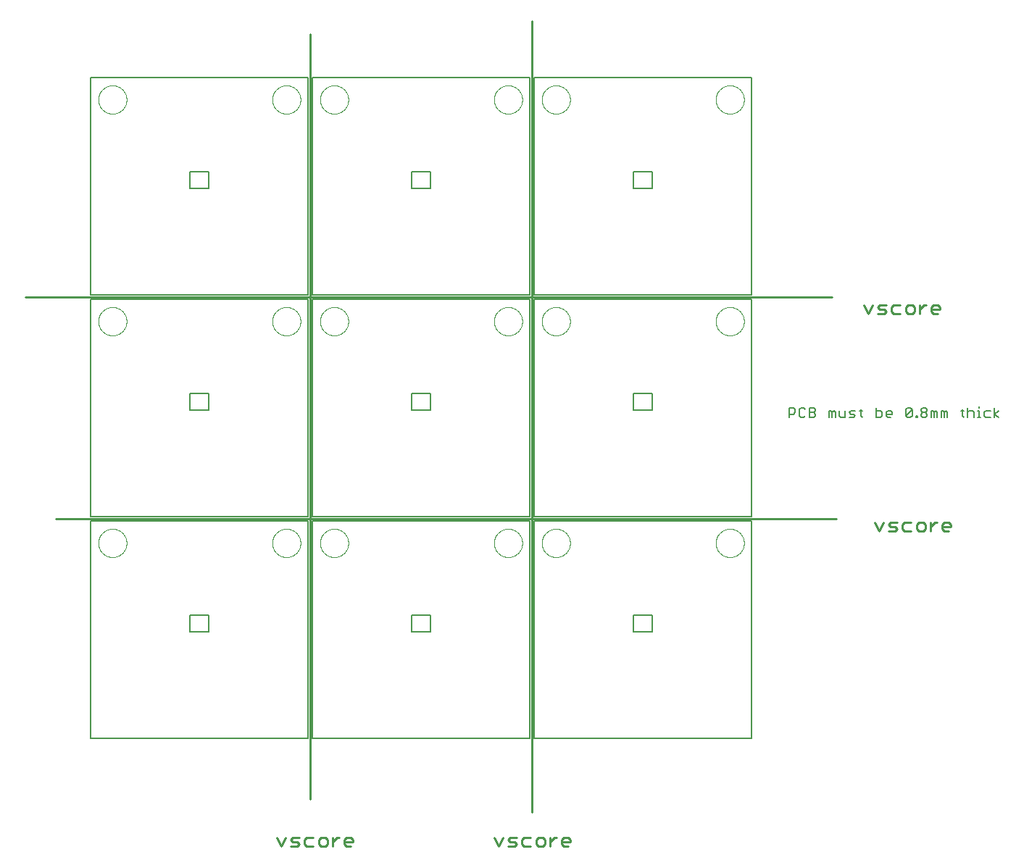
<source format=gko>
G75*
%MOIN*%
%OFA0B0*%
%FSLAX25Y25*%
%IPPOS*%
%LPD*%
%AMOC8*
5,1,8,0,0,1.08239X$1,22.5*
%
%ADD10C,0.01000*%
%ADD11C,0.01100*%
%ADD12C,0.00800*%
%ADD13C,0.00000*%
%ADD14C,0.00500*%
D10*
X0132500Y0025333D02*
X0132500Y0377333D01*
X0234500Y0383333D02*
X0234500Y0019333D01*
X0374500Y0154333D02*
X0015500Y0154333D01*
X0001500Y0256333D02*
X0372500Y0256333D01*
D11*
X0387050Y0252820D02*
X0389018Y0248883D01*
X0390987Y0252820D01*
X0393495Y0251836D02*
X0394480Y0252820D01*
X0397432Y0252820D01*
X0396448Y0250852D02*
X0394480Y0250852D01*
X0393495Y0251836D01*
X0393495Y0248883D02*
X0396448Y0248883D01*
X0397432Y0249867D01*
X0396448Y0250852D01*
X0399941Y0251836D02*
X0399941Y0249867D01*
X0400925Y0248883D01*
X0403878Y0248883D01*
X0406386Y0249867D02*
X0407371Y0248883D01*
X0409339Y0248883D01*
X0410323Y0249867D01*
X0410323Y0251836D01*
X0409339Y0252820D01*
X0407371Y0252820D01*
X0406386Y0251836D01*
X0406386Y0249867D01*
X0403878Y0252820D02*
X0400925Y0252820D01*
X0399941Y0251836D01*
X0412832Y0252820D02*
X0412832Y0248883D01*
X0412832Y0250852D02*
X0414800Y0252820D01*
X0415785Y0252820D01*
X0418203Y0251836D02*
X0418203Y0249867D01*
X0419187Y0248883D01*
X0421156Y0248883D01*
X0422140Y0250852D02*
X0418203Y0250852D01*
X0418203Y0251836D02*
X0419187Y0252820D01*
X0421156Y0252820D01*
X0422140Y0251836D01*
X0422140Y0250852D01*
X0420785Y0152820D02*
X0419800Y0152820D01*
X0417832Y0150852D01*
X0417832Y0152820D02*
X0417832Y0148883D01*
X0415323Y0149867D02*
X0415323Y0151836D01*
X0414339Y0152820D01*
X0412371Y0152820D01*
X0411386Y0151836D01*
X0411386Y0149867D01*
X0412371Y0148883D01*
X0414339Y0148883D01*
X0415323Y0149867D01*
X0408878Y0148883D02*
X0405925Y0148883D01*
X0404941Y0149867D01*
X0404941Y0151836D01*
X0405925Y0152820D01*
X0408878Y0152820D01*
X0402432Y0152820D02*
X0399480Y0152820D01*
X0398495Y0151836D01*
X0399480Y0150852D01*
X0401448Y0150852D01*
X0402432Y0149867D01*
X0401448Y0148883D01*
X0398495Y0148883D01*
X0394018Y0148883D02*
X0392050Y0152820D01*
X0395987Y0152820D02*
X0394018Y0148883D01*
X0423203Y0149867D02*
X0423203Y0151836D01*
X0424187Y0152820D01*
X0426156Y0152820D01*
X0427140Y0151836D01*
X0427140Y0150852D01*
X0423203Y0150852D01*
X0423203Y0149867D02*
X0424187Y0148883D01*
X0426156Y0148883D01*
X0252140Y0006836D02*
X0252140Y0005852D01*
X0248203Y0005852D01*
X0248203Y0006836D02*
X0249187Y0007820D01*
X0251156Y0007820D01*
X0252140Y0006836D01*
X0251156Y0003883D02*
X0249187Y0003883D01*
X0248203Y0004867D01*
X0248203Y0006836D01*
X0245785Y0007820D02*
X0244800Y0007820D01*
X0242832Y0005852D01*
X0242832Y0007820D02*
X0242832Y0003883D01*
X0240323Y0004867D02*
X0240323Y0006836D01*
X0239339Y0007820D01*
X0237371Y0007820D01*
X0236386Y0006836D01*
X0236386Y0004867D01*
X0237371Y0003883D01*
X0239339Y0003883D01*
X0240323Y0004867D01*
X0233878Y0003883D02*
X0230925Y0003883D01*
X0229941Y0004867D01*
X0229941Y0006836D01*
X0230925Y0007820D01*
X0233878Y0007820D01*
X0227432Y0007820D02*
X0224480Y0007820D01*
X0223495Y0006836D01*
X0224480Y0005852D01*
X0226448Y0005852D01*
X0227432Y0004867D01*
X0226448Y0003883D01*
X0223495Y0003883D01*
X0219018Y0003883D02*
X0220987Y0007820D01*
X0217050Y0007820D02*
X0219018Y0003883D01*
X0152140Y0005852D02*
X0148203Y0005852D01*
X0148203Y0006836D02*
X0149187Y0007820D01*
X0151156Y0007820D01*
X0152140Y0006836D01*
X0152140Y0005852D01*
X0151156Y0003883D02*
X0149187Y0003883D01*
X0148203Y0004867D01*
X0148203Y0006836D01*
X0145785Y0007820D02*
X0144800Y0007820D01*
X0142832Y0005852D01*
X0142832Y0007820D02*
X0142832Y0003883D01*
X0140323Y0004867D02*
X0140323Y0006836D01*
X0139339Y0007820D01*
X0137371Y0007820D01*
X0136386Y0006836D01*
X0136386Y0004867D01*
X0137371Y0003883D01*
X0139339Y0003883D01*
X0140323Y0004867D01*
X0133878Y0003883D02*
X0130925Y0003883D01*
X0129941Y0004867D01*
X0129941Y0006836D01*
X0130925Y0007820D01*
X0133878Y0007820D01*
X0127432Y0007820D02*
X0124480Y0007820D01*
X0123495Y0006836D01*
X0124480Y0005852D01*
X0126448Y0005852D01*
X0127432Y0004867D01*
X0126448Y0003883D01*
X0123495Y0003883D01*
X0119018Y0003883D02*
X0120987Y0007820D01*
X0117050Y0007820D02*
X0119018Y0003883D01*
D12*
X0131500Y0053333D02*
X0031500Y0053333D01*
X0031500Y0153333D01*
X0131500Y0153333D01*
X0131500Y0053333D01*
X0133500Y0053333D02*
X0233500Y0053333D01*
X0233500Y0153333D01*
X0133500Y0153333D01*
X0133500Y0053333D01*
X0235500Y0053333D02*
X0335500Y0053333D01*
X0335500Y0153333D01*
X0235500Y0153333D01*
X0235500Y0053333D01*
X0235500Y0155333D02*
X0335500Y0155333D01*
X0335500Y0255333D01*
X0235500Y0255333D01*
X0235500Y0155333D01*
X0233500Y0155333D02*
X0133500Y0155333D01*
X0133500Y0255333D01*
X0233500Y0255333D01*
X0233500Y0155333D01*
X0131500Y0155333D02*
X0031500Y0155333D01*
X0031500Y0255333D01*
X0131500Y0255333D01*
X0131500Y0155333D01*
X0131500Y0257333D02*
X0031500Y0257333D01*
X0031500Y0357333D01*
X0131500Y0357333D01*
X0131500Y0257333D01*
X0133500Y0257333D02*
X0233500Y0257333D01*
X0233500Y0357333D01*
X0133500Y0357333D01*
X0133500Y0257333D01*
X0235500Y0257333D02*
X0335500Y0257333D01*
X0335500Y0357333D01*
X0235500Y0357333D01*
X0235500Y0257333D01*
X0352791Y0205437D02*
X0352791Y0201233D01*
X0352791Y0202635D02*
X0354893Y0202635D01*
X0355594Y0203335D01*
X0355594Y0204736D01*
X0354893Y0205437D01*
X0352791Y0205437D01*
X0357395Y0204736D02*
X0357395Y0201934D01*
X0358096Y0201233D01*
X0359497Y0201233D01*
X0360198Y0201934D01*
X0361999Y0201233D02*
X0364101Y0201233D01*
X0364802Y0201934D01*
X0364802Y0202635D01*
X0364101Y0203335D01*
X0361999Y0203335D01*
X0361999Y0201233D02*
X0361999Y0205437D01*
X0364101Y0205437D01*
X0364802Y0204736D01*
X0364802Y0204036D01*
X0364101Y0203335D01*
X0360198Y0204736D02*
X0359497Y0205437D01*
X0358096Y0205437D01*
X0357395Y0204736D01*
X0371207Y0204036D02*
X0371207Y0201233D01*
X0372608Y0201233D02*
X0372608Y0203335D01*
X0373309Y0204036D01*
X0374009Y0203335D01*
X0374009Y0201233D01*
X0375811Y0201934D02*
X0376512Y0201233D01*
X0378613Y0201233D01*
X0378613Y0204036D01*
X0380415Y0203335D02*
X0381116Y0204036D01*
X0383217Y0204036D01*
X0382517Y0202635D02*
X0381116Y0202635D01*
X0380415Y0203335D01*
X0380415Y0201233D02*
X0382517Y0201233D01*
X0383217Y0201934D01*
X0382517Y0202635D01*
X0385019Y0204036D02*
X0386420Y0204036D01*
X0385719Y0204736D02*
X0385719Y0201934D01*
X0386420Y0201233D01*
X0392692Y0201233D02*
X0392692Y0205437D01*
X0392692Y0204036D02*
X0394794Y0204036D01*
X0395494Y0203335D01*
X0395494Y0201934D01*
X0394794Y0201233D01*
X0392692Y0201233D01*
X0397296Y0201934D02*
X0397296Y0203335D01*
X0397997Y0204036D01*
X0399398Y0204036D01*
X0400098Y0203335D01*
X0400098Y0202635D01*
X0397296Y0202635D01*
X0397296Y0201934D02*
X0397997Y0201233D01*
X0399398Y0201233D01*
X0406504Y0201934D02*
X0406504Y0204736D01*
X0407204Y0205437D01*
X0408606Y0205437D01*
X0409306Y0204736D01*
X0406504Y0201934D01*
X0407204Y0201233D01*
X0408606Y0201233D01*
X0409306Y0201934D01*
X0409306Y0204736D01*
X0411108Y0201934D02*
X0411808Y0201934D01*
X0411808Y0201233D01*
X0411108Y0201233D01*
X0411108Y0201934D01*
X0413410Y0201934D02*
X0413410Y0202635D01*
X0414110Y0203335D01*
X0415511Y0203335D01*
X0416212Y0202635D01*
X0416212Y0201934D01*
X0415511Y0201233D01*
X0414110Y0201233D01*
X0413410Y0201934D01*
X0414110Y0203335D02*
X0413410Y0204036D01*
X0413410Y0204736D01*
X0414110Y0205437D01*
X0415511Y0205437D01*
X0416212Y0204736D01*
X0416212Y0204036D01*
X0415511Y0203335D01*
X0418014Y0204036D02*
X0418714Y0204036D01*
X0419415Y0203335D01*
X0420115Y0204036D01*
X0420816Y0203335D01*
X0420816Y0201233D01*
X0419415Y0201233D02*
X0419415Y0203335D01*
X0418014Y0204036D02*
X0418014Y0201233D01*
X0422618Y0201233D02*
X0422618Y0204036D01*
X0423318Y0204036D01*
X0424019Y0203335D01*
X0424719Y0204036D01*
X0425420Y0203335D01*
X0425420Y0201233D01*
X0424019Y0201233D02*
X0424019Y0203335D01*
X0431825Y0204036D02*
X0433227Y0204036D01*
X0432526Y0204736D02*
X0432526Y0201934D01*
X0433227Y0201233D01*
X0434895Y0201233D02*
X0434895Y0205437D01*
X0435595Y0204036D02*
X0434895Y0203335D01*
X0435595Y0204036D02*
X0436996Y0204036D01*
X0437697Y0203335D01*
X0437697Y0201233D01*
X0439499Y0201233D02*
X0440900Y0201233D01*
X0440199Y0201233D02*
X0440199Y0204036D01*
X0439499Y0204036D01*
X0440199Y0205437D02*
X0440199Y0206138D01*
X0442568Y0203335D02*
X0443268Y0204036D01*
X0445370Y0204036D01*
X0447172Y0205437D02*
X0447172Y0201233D01*
X0447172Y0202635D02*
X0449274Y0204036D01*
X0447172Y0202635D02*
X0449274Y0201233D01*
X0445370Y0201233D02*
X0443268Y0201233D01*
X0442568Y0201934D01*
X0442568Y0203335D01*
X0375811Y0204036D02*
X0375811Y0201934D01*
X0372608Y0203335D02*
X0371908Y0204036D01*
X0371207Y0204036D01*
D13*
X0319000Y0245333D02*
X0319002Y0245494D01*
X0319008Y0245654D01*
X0319018Y0245815D01*
X0319032Y0245975D01*
X0319050Y0246135D01*
X0319071Y0246294D01*
X0319097Y0246453D01*
X0319127Y0246611D01*
X0319160Y0246768D01*
X0319198Y0246925D01*
X0319239Y0247080D01*
X0319284Y0247234D01*
X0319333Y0247387D01*
X0319386Y0247539D01*
X0319442Y0247690D01*
X0319503Y0247839D01*
X0319566Y0247987D01*
X0319634Y0248133D01*
X0319705Y0248277D01*
X0319779Y0248419D01*
X0319857Y0248560D01*
X0319939Y0248698D01*
X0320024Y0248835D01*
X0320112Y0248969D01*
X0320204Y0249101D01*
X0320299Y0249231D01*
X0320397Y0249359D01*
X0320498Y0249484D01*
X0320602Y0249606D01*
X0320709Y0249726D01*
X0320819Y0249843D01*
X0320932Y0249958D01*
X0321048Y0250069D01*
X0321167Y0250178D01*
X0321288Y0250283D01*
X0321412Y0250386D01*
X0321538Y0250486D01*
X0321666Y0250582D01*
X0321797Y0250675D01*
X0321931Y0250765D01*
X0322066Y0250852D01*
X0322204Y0250935D01*
X0322343Y0251015D01*
X0322485Y0251091D01*
X0322628Y0251164D01*
X0322773Y0251233D01*
X0322920Y0251299D01*
X0323068Y0251361D01*
X0323218Y0251419D01*
X0323369Y0251474D01*
X0323522Y0251525D01*
X0323676Y0251572D01*
X0323831Y0251615D01*
X0323987Y0251654D01*
X0324143Y0251690D01*
X0324301Y0251721D01*
X0324459Y0251749D01*
X0324618Y0251773D01*
X0324778Y0251793D01*
X0324938Y0251809D01*
X0325098Y0251821D01*
X0325259Y0251829D01*
X0325420Y0251833D01*
X0325580Y0251833D01*
X0325741Y0251829D01*
X0325902Y0251821D01*
X0326062Y0251809D01*
X0326222Y0251793D01*
X0326382Y0251773D01*
X0326541Y0251749D01*
X0326699Y0251721D01*
X0326857Y0251690D01*
X0327013Y0251654D01*
X0327169Y0251615D01*
X0327324Y0251572D01*
X0327478Y0251525D01*
X0327631Y0251474D01*
X0327782Y0251419D01*
X0327932Y0251361D01*
X0328080Y0251299D01*
X0328227Y0251233D01*
X0328372Y0251164D01*
X0328515Y0251091D01*
X0328657Y0251015D01*
X0328796Y0250935D01*
X0328934Y0250852D01*
X0329069Y0250765D01*
X0329203Y0250675D01*
X0329334Y0250582D01*
X0329462Y0250486D01*
X0329588Y0250386D01*
X0329712Y0250283D01*
X0329833Y0250178D01*
X0329952Y0250069D01*
X0330068Y0249958D01*
X0330181Y0249843D01*
X0330291Y0249726D01*
X0330398Y0249606D01*
X0330502Y0249484D01*
X0330603Y0249359D01*
X0330701Y0249231D01*
X0330796Y0249101D01*
X0330888Y0248969D01*
X0330976Y0248835D01*
X0331061Y0248698D01*
X0331143Y0248560D01*
X0331221Y0248419D01*
X0331295Y0248277D01*
X0331366Y0248133D01*
X0331434Y0247987D01*
X0331497Y0247839D01*
X0331558Y0247690D01*
X0331614Y0247539D01*
X0331667Y0247387D01*
X0331716Y0247234D01*
X0331761Y0247080D01*
X0331802Y0246925D01*
X0331840Y0246768D01*
X0331873Y0246611D01*
X0331903Y0246453D01*
X0331929Y0246294D01*
X0331950Y0246135D01*
X0331968Y0245975D01*
X0331982Y0245815D01*
X0331992Y0245654D01*
X0331998Y0245494D01*
X0332000Y0245333D01*
X0331998Y0245172D01*
X0331992Y0245012D01*
X0331982Y0244851D01*
X0331968Y0244691D01*
X0331950Y0244531D01*
X0331929Y0244372D01*
X0331903Y0244213D01*
X0331873Y0244055D01*
X0331840Y0243898D01*
X0331802Y0243741D01*
X0331761Y0243586D01*
X0331716Y0243432D01*
X0331667Y0243279D01*
X0331614Y0243127D01*
X0331558Y0242976D01*
X0331497Y0242827D01*
X0331434Y0242679D01*
X0331366Y0242533D01*
X0331295Y0242389D01*
X0331221Y0242247D01*
X0331143Y0242106D01*
X0331061Y0241968D01*
X0330976Y0241831D01*
X0330888Y0241697D01*
X0330796Y0241565D01*
X0330701Y0241435D01*
X0330603Y0241307D01*
X0330502Y0241182D01*
X0330398Y0241060D01*
X0330291Y0240940D01*
X0330181Y0240823D01*
X0330068Y0240708D01*
X0329952Y0240597D01*
X0329833Y0240488D01*
X0329712Y0240383D01*
X0329588Y0240280D01*
X0329462Y0240180D01*
X0329334Y0240084D01*
X0329203Y0239991D01*
X0329069Y0239901D01*
X0328934Y0239814D01*
X0328796Y0239731D01*
X0328657Y0239651D01*
X0328515Y0239575D01*
X0328372Y0239502D01*
X0328227Y0239433D01*
X0328080Y0239367D01*
X0327932Y0239305D01*
X0327782Y0239247D01*
X0327631Y0239192D01*
X0327478Y0239141D01*
X0327324Y0239094D01*
X0327169Y0239051D01*
X0327013Y0239012D01*
X0326857Y0238976D01*
X0326699Y0238945D01*
X0326541Y0238917D01*
X0326382Y0238893D01*
X0326222Y0238873D01*
X0326062Y0238857D01*
X0325902Y0238845D01*
X0325741Y0238837D01*
X0325580Y0238833D01*
X0325420Y0238833D01*
X0325259Y0238837D01*
X0325098Y0238845D01*
X0324938Y0238857D01*
X0324778Y0238873D01*
X0324618Y0238893D01*
X0324459Y0238917D01*
X0324301Y0238945D01*
X0324143Y0238976D01*
X0323987Y0239012D01*
X0323831Y0239051D01*
X0323676Y0239094D01*
X0323522Y0239141D01*
X0323369Y0239192D01*
X0323218Y0239247D01*
X0323068Y0239305D01*
X0322920Y0239367D01*
X0322773Y0239433D01*
X0322628Y0239502D01*
X0322485Y0239575D01*
X0322343Y0239651D01*
X0322204Y0239731D01*
X0322066Y0239814D01*
X0321931Y0239901D01*
X0321797Y0239991D01*
X0321666Y0240084D01*
X0321538Y0240180D01*
X0321412Y0240280D01*
X0321288Y0240383D01*
X0321167Y0240488D01*
X0321048Y0240597D01*
X0320932Y0240708D01*
X0320819Y0240823D01*
X0320709Y0240940D01*
X0320602Y0241060D01*
X0320498Y0241182D01*
X0320397Y0241307D01*
X0320299Y0241435D01*
X0320204Y0241565D01*
X0320112Y0241697D01*
X0320024Y0241831D01*
X0319939Y0241968D01*
X0319857Y0242106D01*
X0319779Y0242247D01*
X0319705Y0242389D01*
X0319634Y0242533D01*
X0319566Y0242679D01*
X0319503Y0242827D01*
X0319442Y0242976D01*
X0319386Y0243127D01*
X0319333Y0243279D01*
X0319284Y0243432D01*
X0319239Y0243586D01*
X0319198Y0243741D01*
X0319160Y0243898D01*
X0319127Y0244055D01*
X0319097Y0244213D01*
X0319071Y0244372D01*
X0319050Y0244531D01*
X0319032Y0244691D01*
X0319018Y0244851D01*
X0319008Y0245012D01*
X0319002Y0245172D01*
X0319000Y0245333D01*
X0239000Y0245333D02*
X0239002Y0245494D01*
X0239008Y0245654D01*
X0239018Y0245815D01*
X0239032Y0245975D01*
X0239050Y0246135D01*
X0239071Y0246294D01*
X0239097Y0246453D01*
X0239127Y0246611D01*
X0239160Y0246768D01*
X0239198Y0246925D01*
X0239239Y0247080D01*
X0239284Y0247234D01*
X0239333Y0247387D01*
X0239386Y0247539D01*
X0239442Y0247690D01*
X0239503Y0247839D01*
X0239566Y0247987D01*
X0239634Y0248133D01*
X0239705Y0248277D01*
X0239779Y0248419D01*
X0239857Y0248560D01*
X0239939Y0248698D01*
X0240024Y0248835D01*
X0240112Y0248969D01*
X0240204Y0249101D01*
X0240299Y0249231D01*
X0240397Y0249359D01*
X0240498Y0249484D01*
X0240602Y0249606D01*
X0240709Y0249726D01*
X0240819Y0249843D01*
X0240932Y0249958D01*
X0241048Y0250069D01*
X0241167Y0250178D01*
X0241288Y0250283D01*
X0241412Y0250386D01*
X0241538Y0250486D01*
X0241666Y0250582D01*
X0241797Y0250675D01*
X0241931Y0250765D01*
X0242066Y0250852D01*
X0242204Y0250935D01*
X0242343Y0251015D01*
X0242485Y0251091D01*
X0242628Y0251164D01*
X0242773Y0251233D01*
X0242920Y0251299D01*
X0243068Y0251361D01*
X0243218Y0251419D01*
X0243369Y0251474D01*
X0243522Y0251525D01*
X0243676Y0251572D01*
X0243831Y0251615D01*
X0243987Y0251654D01*
X0244143Y0251690D01*
X0244301Y0251721D01*
X0244459Y0251749D01*
X0244618Y0251773D01*
X0244778Y0251793D01*
X0244938Y0251809D01*
X0245098Y0251821D01*
X0245259Y0251829D01*
X0245420Y0251833D01*
X0245580Y0251833D01*
X0245741Y0251829D01*
X0245902Y0251821D01*
X0246062Y0251809D01*
X0246222Y0251793D01*
X0246382Y0251773D01*
X0246541Y0251749D01*
X0246699Y0251721D01*
X0246857Y0251690D01*
X0247013Y0251654D01*
X0247169Y0251615D01*
X0247324Y0251572D01*
X0247478Y0251525D01*
X0247631Y0251474D01*
X0247782Y0251419D01*
X0247932Y0251361D01*
X0248080Y0251299D01*
X0248227Y0251233D01*
X0248372Y0251164D01*
X0248515Y0251091D01*
X0248657Y0251015D01*
X0248796Y0250935D01*
X0248934Y0250852D01*
X0249069Y0250765D01*
X0249203Y0250675D01*
X0249334Y0250582D01*
X0249462Y0250486D01*
X0249588Y0250386D01*
X0249712Y0250283D01*
X0249833Y0250178D01*
X0249952Y0250069D01*
X0250068Y0249958D01*
X0250181Y0249843D01*
X0250291Y0249726D01*
X0250398Y0249606D01*
X0250502Y0249484D01*
X0250603Y0249359D01*
X0250701Y0249231D01*
X0250796Y0249101D01*
X0250888Y0248969D01*
X0250976Y0248835D01*
X0251061Y0248698D01*
X0251143Y0248560D01*
X0251221Y0248419D01*
X0251295Y0248277D01*
X0251366Y0248133D01*
X0251434Y0247987D01*
X0251497Y0247839D01*
X0251558Y0247690D01*
X0251614Y0247539D01*
X0251667Y0247387D01*
X0251716Y0247234D01*
X0251761Y0247080D01*
X0251802Y0246925D01*
X0251840Y0246768D01*
X0251873Y0246611D01*
X0251903Y0246453D01*
X0251929Y0246294D01*
X0251950Y0246135D01*
X0251968Y0245975D01*
X0251982Y0245815D01*
X0251992Y0245654D01*
X0251998Y0245494D01*
X0252000Y0245333D01*
X0251998Y0245172D01*
X0251992Y0245012D01*
X0251982Y0244851D01*
X0251968Y0244691D01*
X0251950Y0244531D01*
X0251929Y0244372D01*
X0251903Y0244213D01*
X0251873Y0244055D01*
X0251840Y0243898D01*
X0251802Y0243741D01*
X0251761Y0243586D01*
X0251716Y0243432D01*
X0251667Y0243279D01*
X0251614Y0243127D01*
X0251558Y0242976D01*
X0251497Y0242827D01*
X0251434Y0242679D01*
X0251366Y0242533D01*
X0251295Y0242389D01*
X0251221Y0242247D01*
X0251143Y0242106D01*
X0251061Y0241968D01*
X0250976Y0241831D01*
X0250888Y0241697D01*
X0250796Y0241565D01*
X0250701Y0241435D01*
X0250603Y0241307D01*
X0250502Y0241182D01*
X0250398Y0241060D01*
X0250291Y0240940D01*
X0250181Y0240823D01*
X0250068Y0240708D01*
X0249952Y0240597D01*
X0249833Y0240488D01*
X0249712Y0240383D01*
X0249588Y0240280D01*
X0249462Y0240180D01*
X0249334Y0240084D01*
X0249203Y0239991D01*
X0249069Y0239901D01*
X0248934Y0239814D01*
X0248796Y0239731D01*
X0248657Y0239651D01*
X0248515Y0239575D01*
X0248372Y0239502D01*
X0248227Y0239433D01*
X0248080Y0239367D01*
X0247932Y0239305D01*
X0247782Y0239247D01*
X0247631Y0239192D01*
X0247478Y0239141D01*
X0247324Y0239094D01*
X0247169Y0239051D01*
X0247013Y0239012D01*
X0246857Y0238976D01*
X0246699Y0238945D01*
X0246541Y0238917D01*
X0246382Y0238893D01*
X0246222Y0238873D01*
X0246062Y0238857D01*
X0245902Y0238845D01*
X0245741Y0238837D01*
X0245580Y0238833D01*
X0245420Y0238833D01*
X0245259Y0238837D01*
X0245098Y0238845D01*
X0244938Y0238857D01*
X0244778Y0238873D01*
X0244618Y0238893D01*
X0244459Y0238917D01*
X0244301Y0238945D01*
X0244143Y0238976D01*
X0243987Y0239012D01*
X0243831Y0239051D01*
X0243676Y0239094D01*
X0243522Y0239141D01*
X0243369Y0239192D01*
X0243218Y0239247D01*
X0243068Y0239305D01*
X0242920Y0239367D01*
X0242773Y0239433D01*
X0242628Y0239502D01*
X0242485Y0239575D01*
X0242343Y0239651D01*
X0242204Y0239731D01*
X0242066Y0239814D01*
X0241931Y0239901D01*
X0241797Y0239991D01*
X0241666Y0240084D01*
X0241538Y0240180D01*
X0241412Y0240280D01*
X0241288Y0240383D01*
X0241167Y0240488D01*
X0241048Y0240597D01*
X0240932Y0240708D01*
X0240819Y0240823D01*
X0240709Y0240940D01*
X0240602Y0241060D01*
X0240498Y0241182D01*
X0240397Y0241307D01*
X0240299Y0241435D01*
X0240204Y0241565D01*
X0240112Y0241697D01*
X0240024Y0241831D01*
X0239939Y0241968D01*
X0239857Y0242106D01*
X0239779Y0242247D01*
X0239705Y0242389D01*
X0239634Y0242533D01*
X0239566Y0242679D01*
X0239503Y0242827D01*
X0239442Y0242976D01*
X0239386Y0243127D01*
X0239333Y0243279D01*
X0239284Y0243432D01*
X0239239Y0243586D01*
X0239198Y0243741D01*
X0239160Y0243898D01*
X0239127Y0244055D01*
X0239097Y0244213D01*
X0239071Y0244372D01*
X0239050Y0244531D01*
X0239032Y0244691D01*
X0239018Y0244851D01*
X0239008Y0245012D01*
X0239002Y0245172D01*
X0239000Y0245333D01*
X0217000Y0245333D02*
X0217002Y0245494D01*
X0217008Y0245654D01*
X0217018Y0245815D01*
X0217032Y0245975D01*
X0217050Y0246135D01*
X0217071Y0246294D01*
X0217097Y0246453D01*
X0217127Y0246611D01*
X0217160Y0246768D01*
X0217198Y0246925D01*
X0217239Y0247080D01*
X0217284Y0247234D01*
X0217333Y0247387D01*
X0217386Y0247539D01*
X0217442Y0247690D01*
X0217503Y0247839D01*
X0217566Y0247987D01*
X0217634Y0248133D01*
X0217705Y0248277D01*
X0217779Y0248419D01*
X0217857Y0248560D01*
X0217939Y0248698D01*
X0218024Y0248835D01*
X0218112Y0248969D01*
X0218204Y0249101D01*
X0218299Y0249231D01*
X0218397Y0249359D01*
X0218498Y0249484D01*
X0218602Y0249606D01*
X0218709Y0249726D01*
X0218819Y0249843D01*
X0218932Y0249958D01*
X0219048Y0250069D01*
X0219167Y0250178D01*
X0219288Y0250283D01*
X0219412Y0250386D01*
X0219538Y0250486D01*
X0219666Y0250582D01*
X0219797Y0250675D01*
X0219931Y0250765D01*
X0220066Y0250852D01*
X0220204Y0250935D01*
X0220343Y0251015D01*
X0220485Y0251091D01*
X0220628Y0251164D01*
X0220773Y0251233D01*
X0220920Y0251299D01*
X0221068Y0251361D01*
X0221218Y0251419D01*
X0221369Y0251474D01*
X0221522Y0251525D01*
X0221676Y0251572D01*
X0221831Y0251615D01*
X0221987Y0251654D01*
X0222143Y0251690D01*
X0222301Y0251721D01*
X0222459Y0251749D01*
X0222618Y0251773D01*
X0222778Y0251793D01*
X0222938Y0251809D01*
X0223098Y0251821D01*
X0223259Y0251829D01*
X0223420Y0251833D01*
X0223580Y0251833D01*
X0223741Y0251829D01*
X0223902Y0251821D01*
X0224062Y0251809D01*
X0224222Y0251793D01*
X0224382Y0251773D01*
X0224541Y0251749D01*
X0224699Y0251721D01*
X0224857Y0251690D01*
X0225013Y0251654D01*
X0225169Y0251615D01*
X0225324Y0251572D01*
X0225478Y0251525D01*
X0225631Y0251474D01*
X0225782Y0251419D01*
X0225932Y0251361D01*
X0226080Y0251299D01*
X0226227Y0251233D01*
X0226372Y0251164D01*
X0226515Y0251091D01*
X0226657Y0251015D01*
X0226796Y0250935D01*
X0226934Y0250852D01*
X0227069Y0250765D01*
X0227203Y0250675D01*
X0227334Y0250582D01*
X0227462Y0250486D01*
X0227588Y0250386D01*
X0227712Y0250283D01*
X0227833Y0250178D01*
X0227952Y0250069D01*
X0228068Y0249958D01*
X0228181Y0249843D01*
X0228291Y0249726D01*
X0228398Y0249606D01*
X0228502Y0249484D01*
X0228603Y0249359D01*
X0228701Y0249231D01*
X0228796Y0249101D01*
X0228888Y0248969D01*
X0228976Y0248835D01*
X0229061Y0248698D01*
X0229143Y0248560D01*
X0229221Y0248419D01*
X0229295Y0248277D01*
X0229366Y0248133D01*
X0229434Y0247987D01*
X0229497Y0247839D01*
X0229558Y0247690D01*
X0229614Y0247539D01*
X0229667Y0247387D01*
X0229716Y0247234D01*
X0229761Y0247080D01*
X0229802Y0246925D01*
X0229840Y0246768D01*
X0229873Y0246611D01*
X0229903Y0246453D01*
X0229929Y0246294D01*
X0229950Y0246135D01*
X0229968Y0245975D01*
X0229982Y0245815D01*
X0229992Y0245654D01*
X0229998Y0245494D01*
X0230000Y0245333D01*
X0229998Y0245172D01*
X0229992Y0245012D01*
X0229982Y0244851D01*
X0229968Y0244691D01*
X0229950Y0244531D01*
X0229929Y0244372D01*
X0229903Y0244213D01*
X0229873Y0244055D01*
X0229840Y0243898D01*
X0229802Y0243741D01*
X0229761Y0243586D01*
X0229716Y0243432D01*
X0229667Y0243279D01*
X0229614Y0243127D01*
X0229558Y0242976D01*
X0229497Y0242827D01*
X0229434Y0242679D01*
X0229366Y0242533D01*
X0229295Y0242389D01*
X0229221Y0242247D01*
X0229143Y0242106D01*
X0229061Y0241968D01*
X0228976Y0241831D01*
X0228888Y0241697D01*
X0228796Y0241565D01*
X0228701Y0241435D01*
X0228603Y0241307D01*
X0228502Y0241182D01*
X0228398Y0241060D01*
X0228291Y0240940D01*
X0228181Y0240823D01*
X0228068Y0240708D01*
X0227952Y0240597D01*
X0227833Y0240488D01*
X0227712Y0240383D01*
X0227588Y0240280D01*
X0227462Y0240180D01*
X0227334Y0240084D01*
X0227203Y0239991D01*
X0227069Y0239901D01*
X0226934Y0239814D01*
X0226796Y0239731D01*
X0226657Y0239651D01*
X0226515Y0239575D01*
X0226372Y0239502D01*
X0226227Y0239433D01*
X0226080Y0239367D01*
X0225932Y0239305D01*
X0225782Y0239247D01*
X0225631Y0239192D01*
X0225478Y0239141D01*
X0225324Y0239094D01*
X0225169Y0239051D01*
X0225013Y0239012D01*
X0224857Y0238976D01*
X0224699Y0238945D01*
X0224541Y0238917D01*
X0224382Y0238893D01*
X0224222Y0238873D01*
X0224062Y0238857D01*
X0223902Y0238845D01*
X0223741Y0238837D01*
X0223580Y0238833D01*
X0223420Y0238833D01*
X0223259Y0238837D01*
X0223098Y0238845D01*
X0222938Y0238857D01*
X0222778Y0238873D01*
X0222618Y0238893D01*
X0222459Y0238917D01*
X0222301Y0238945D01*
X0222143Y0238976D01*
X0221987Y0239012D01*
X0221831Y0239051D01*
X0221676Y0239094D01*
X0221522Y0239141D01*
X0221369Y0239192D01*
X0221218Y0239247D01*
X0221068Y0239305D01*
X0220920Y0239367D01*
X0220773Y0239433D01*
X0220628Y0239502D01*
X0220485Y0239575D01*
X0220343Y0239651D01*
X0220204Y0239731D01*
X0220066Y0239814D01*
X0219931Y0239901D01*
X0219797Y0239991D01*
X0219666Y0240084D01*
X0219538Y0240180D01*
X0219412Y0240280D01*
X0219288Y0240383D01*
X0219167Y0240488D01*
X0219048Y0240597D01*
X0218932Y0240708D01*
X0218819Y0240823D01*
X0218709Y0240940D01*
X0218602Y0241060D01*
X0218498Y0241182D01*
X0218397Y0241307D01*
X0218299Y0241435D01*
X0218204Y0241565D01*
X0218112Y0241697D01*
X0218024Y0241831D01*
X0217939Y0241968D01*
X0217857Y0242106D01*
X0217779Y0242247D01*
X0217705Y0242389D01*
X0217634Y0242533D01*
X0217566Y0242679D01*
X0217503Y0242827D01*
X0217442Y0242976D01*
X0217386Y0243127D01*
X0217333Y0243279D01*
X0217284Y0243432D01*
X0217239Y0243586D01*
X0217198Y0243741D01*
X0217160Y0243898D01*
X0217127Y0244055D01*
X0217097Y0244213D01*
X0217071Y0244372D01*
X0217050Y0244531D01*
X0217032Y0244691D01*
X0217018Y0244851D01*
X0217008Y0245012D01*
X0217002Y0245172D01*
X0217000Y0245333D01*
X0137000Y0245333D02*
X0137002Y0245494D01*
X0137008Y0245654D01*
X0137018Y0245815D01*
X0137032Y0245975D01*
X0137050Y0246135D01*
X0137071Y0246294D01*
X0137097Y0246453D01*
X0137127Y0246611D01*
X0137160Y0246768D01*
X0137198Y0246925D01*
X0137239Y0247080D01*
X0137284Y0247234D01*
X0137333Y0247387D01*
X0137386Y0247539D01*
X0137442Y0247690D01*
X0137503Y0247839D01*
X0137566Y0247987D01*
X0137634Y0248133D01*
X0137705Y0248277D01*
X0137779Y0248419D01*
X0137857Y0248560D01*
X0137939Y0248698D01*
X0138024Y0248835D01*
X0138112Y0248969D01*
X0138204Y0249101D01*
X0138299Y0249231D01*
X0138397Y0249359D01*
X0138498Y0249484D01*
X0138602Y0249606D01*
X0138709Y0249726D01*
X0138819Y0249843D01*
X0138932Y0249958D01*
X0139048Y0250069D01*
X0139167Y0250178D01*
X0139288Y0250283D01*
X0139412Y0250386D01*
X0139538Y0250486D01*
X0139666Y0250582D01*
X0139797Y0250675D01*
X0139931Y0250765D01*
X0140066Y0250852D01*
X0140204Y0250935D01*
X0140343Y0251015D01*
X0140485Y0251091D01*
X0140628Y0251164D01*
X0140773Y0251233D01*
X0140920Y0251299D01*
X0141068Y0251361D01*
X0141218Y0251419D01*
X0141369Y0251474D01*
X0141522Y0251525D01*
X0141676Y0251572D01*
X0141831Y0251615D01*
X0141987Y0251654D01*
X0142143Y0251690D01*
X0142301Y0251721D01*
X0142459Y0251749D01*
X0142618Y0251773D01*
X0142778Y0251793D01*
X0142938Y0251809D01*
X0143098Y0251821D01*
X0143259Y0251829D01*
X0143420Y0251833D01*
X0143580Y0251833D01*
X0143741Y0251829D01*
X0143902Y0251821D01*
X0144062Y0251809D01*
X0144222Y0251793D01*
X0144382Y0251773D01*
X0144541Y0251749D01*
X0144699Y0251721D01*
X0144857Y0251690D01*
X0145013Y0251654D01*
X0145169Y0251615D01*
X0145324Y0251572D01*
X0145478Y0251525D01*
X0145631Y0251474D01*
X0145782Y0251419D01*
X0145932Y0251361D01*
X0146080Y0251299D01*
X0146227Y0251233D01*
X0146372Y0251164D01*
X0146515Y0251091D01*
X0146657Y0251015D01*
X0146796Y0250935D01*
X0146934Y0250852D01*
X0147069Y0250765D01*
X0147203Y0250675D01*
X0147334Y0250582D01*
X0147462Y0250486D01*
X0147588Y0250386D01*
X0147712Y0250283D01*
X0147833Y0250178D01*
X0147952Y0250069D01*
X0148068Y0249958D01*
X0148181Y0249843D01*
X0148291Y0249726D01*
X0148398Y0249606D01*
X0148502Y0249484D01*
X0148603Y0249359D01*
X0148701Y0249231D01*
X0148796Y0249101D01*
X0148888Y0248969D01*
X0148976Y0248835D01*
X0149061Y0248698D01*
X0149143Y0248560D01*
X0149221Y0248419D01*
X0149295Y0248277D01*
X0149366Y0248133D01*
X0149434Y0247987D01*
X0149497Y0247839D01*
X0149558Y0247690D01*
X0149614Y0247539D01*
X0149667Y0247387D01*
X0149716Y0247234D01*
X0149761Y0247080D01*
X0149802Y0246925D01*
X0149840Y0246768D01*
X0149873Y0246611D01*
X0149903Y0246453D01*
X0149929Y0246294D01*
X0149950Y0246135D01*
X0149968Y0245975D01*
X0149982Y0245815D01*
X0149992Y0245654D01*
X0149998Y0245494D01*
X0150000Y0245333D01*
X0149998Y0245172D01*
X0149992Y0245012D01*
X0149982Y0244851D01*
X0149968Y0244691D01*
X0149950Y0244531D01*
X0149929Y0244372D01*
X0149903Y0244213D01*
X0149873Y0244055D01*
X0149840Y0243898D01*
X0149802Y0243741D01*
X0149761Y0243586D01*
X0149716Y0243432D01*
X0149667Y0243279D01*
X0149614Y0243127D01*
X0149558Y0242976D01*
X0149497Y0242827D01*
X0149434Y0242679D01*
X0149366Y0242533D01*
X0149295Y0242389D01*
X0149221Y0242247D01*
X0149143Y0242106D01*
X0149061Y0241968D01*
X0148976Y0241831D01*
X0148888Y0241697D01*
X0148796Y0241565D01*
X0148701Y0241435D01*
X0148603Y0241307D01*
X0148502Y0241182D01*
X0148398Y0241060D01*
X0148291Y0240940D01*
X0148181Y0240823D01*
X0148068Y0240708D01*
X0147952Y0240597D01*
X0147833Y0240488D01*
X0147712Y0240383D01*
X0147588Y0240280D01*
X0147462Y0240180D01*
X0147334Y0240084D01*
X0147203Y0239991D01*
X0147069Y0239901D01*
X0146934Y0239814D01*
X0146796Y0239731D01*
X0146657Y0239651D01*
X0146515Y0239575D01*
X0146372Y0239502D01*
X0146227Y0239433D01*
X0146080Y0239367D01*
X0145932Y0239305D01*
X0145782Y0239247D01*
X0145631Y0239192D01*
X0145478Y0239141D01*
X0145324Y0239094D01*
X0145169Y0239051D01*
X0145013Y0239012D01*
X0144857Y0238976D01*
X0144699Y0238945D01*
X0144541Y0238917D01*
X0144382Y0238893D01*
X0144222Y0238873D01*
X0144062Y0238857D01*
X0143902Y0238845D01*
X0143741Y0238837D01*
X0143580Y0238833D01*
X0143420Y0238833D01*
X0143259Y0238837D01*
X0143098Y0238845D01*
X0142938Y0238857D01*
X0142778Y0238873D01*
X0142618Y0238893D01*
X0142459Y0238917D01*
X0142301Y0238945D01*
X0142143Y0238976D01*
X0141987Y0239012D01*
X0141831Y0239051D01*
X0141676Y0239094D01*
X0141522Y0239141D01*
X0141369Y0239192D01*
X0141218Y0239247D01*
X0141068Y0239305D01*
X0140920Y0239367D01*
X0140773Y0239433D01*
X0140628Y0239502D01*
X0140485Y0239575D01*
X0140343Y0239651D01*
X0140204Y0239731D01*
X0140066Y0239814D01*
X0139931Y0239901D01*
X0139797Y0239991D01*
X0139666Y0240084D01*
X0139538Y0240180D01*
X0139412Y0240280D01*
X0139288Y0240383D01*
X0139167Y0240488D01*
X0139048Y0240597D01*
X0138932Y0240708D01*
X0138819Y0240823D01*
X0138709Y0240940D01*
X0138602Y0241060D01*
X0138498Y0241182D01*
X0138397Y0241307D01*
X0138299Y0241435D01*
X0138204Y0241565D01*
X0138112Y0241697D01*
X0138024Y0241831D01*
X0137939Y0241968D01*
X0137857Y0242106D01*
X0137779Y0242247D01*
X0137705Y0242389D01*
X0137634Y0242533D01*
X0137566Y0242679D01*
X0137503Y0242827D01*
X0137442Y0242976D01*
X0137386Y0243127D01*
X0137333Y0243279D01*
X0137284Y0243432D01*
X0137239Y0243586D01*
X0137198Y0243741D01*
X0137160Y0243898D01*
X0137127Y0244055D01*
X0137097Y0244213D01*
X0137071Y0244372D01*
X0137050Y0244531D01*
X0137032Y0244691D01*
X0137018Y0244851D01*
X0137008Y0245012D01*
X0137002Y0245172D01*
X0137000Y0245333D01*
X0115000Y0245333D02*
X0115002Y0245494D01*
X0115008Y0245654D01*
X0115018Y0245815D01*
X0115032Y0245975D01*
X0115050Y0246135D01*
X0115071Y0246294D01*
X0115097Y0246453D01*
X0115127Y0246611D01*
X0115160Y0246768D01*
X0115198Y0246925D01*
X0115239Y0247080D01*
X0115284Y0247234D01*
X0115333Y0247387D01*
X0115386Y0247539D01*
X0115442Y0247690D01*
X0115503Y0247839D01*
X0115566Y0247987D01*
X0115634Y0248133D01*
X0115705Y0248277D01*
X0115779Y0248419D01*
X0115857Y0248560D01*
X0115939Y0248698D01*
X0116024Y0248835D01*
X0116112Y0248969D01*
X0116204Y0249101D01*
X0116299Y0249231D01*
X0116397Y0249359D01*
X0116498Y0249484D01*
X0116602Y0249606D01*
X0116709Y0249726D01*
X0116819Y0249843D01*
X0116932Y0249958D01*
X0117048Y0250069D01*
X0117167Y0250178D01*
X0117288Y0250283D01*
X0117412Y0250386D01*
X0117538Y0250486D01*
X0117666Y0250582D01*
X0117797Y0250675D01*
X0117931Y0250765D01*
X0118066Y0250852D01*
X0118204Y0250935D01*
X0118343Y0251015D01*
X0118485Y0251091D01*
X0118628Y0251164D01*
X0118773Y0251233D01*
X0118920Y0251299D01*
X0119068Y0251361D01*
X0119218Y0251419D01*
X0119369Y0251474D01*
X0119522Y0251525D01*
X0119676Y0251572D01*
X0119831Y0251615D01*
X0119987Y0251654D01*
X0120143Y0251690D01*
X0120301Y0251721D01*
X0120459Y0251749D01*
X0120618Y0251773D01*
X0120778Y0251793D01*
X0120938Y0251809D01*
X0121098Y0251821D01*
X0121259Y0251829D01*
X0121420Y0251833D01*
X0121580Y0251833D01*
X0121741Y0251829D01*
X0121902Y0251821D01*
X0122062Y0251809D01*
X0122222Y0251793D01*
X0122382Y0251773D01*
X0122541Y0251749D01*
X0122699Y0251721D01*
X0122857Y0251690D01*
X0123013Y0251654D01*
X0123169Y0251615D01*
X0123324Y0251572D01*
X0123478Y0251525D01*
X0123631Y0251474D01*
X0123782Y0251419D01*
X0123932Y0251361D01*
X0124080Y0251299D01*
X0124227Y0251233D01*
X0124372Y0251164D01*
X0124515Y0251091D01*
X0124657Y0251015D01*
X0124796Y0250935D01*
X0124934Y0250852D01*
X0125069Y0250765D01*
X0125203Y0250675D01*
X0125334Y0250582D01*
X0125462Y0250486D01*
X0125588Y0250386D01*
X0125712Y0250283D01*
X0125833Y0250178D01*
X0125952Y0250069D01*
X0126068Y0249958D01*
X0126181Y0249843D01*
X0126291Y0249726D01*
X0126398Y0249606D01*
X0126502Y0249484D01*
X0126603Y0249359D01*
X0126701Y0249231D01*
X0126796Y0249101D01*
X0126888Y0248969D01*
X0126976Y0248835D01*
X0127061Y0248698D01*
X0127143Y0248560D01*
X0127221Y0248419D01*
X0127295Y0248277D01*
X0127366Y0248133D01*
X0127434Y0247987D01*
X0127497Y0247839D01*
X0127558Y0247690D01*
X0127614Y0247539D01*
X0127667Y0247387D01*
X0127716Y0247234D01*
X0127761Y0247080D01*
X0127802Y0246925D01*
X0127840Y0246768D01*
X0127873Y0246611D01*
X0127903Y0246453D01*
X0127929Y0246294D01*
X0127950Y0246135D01*
X0127968Y0245975D01*
X0127982Y0245815D01*
X0127992Y0245654D01*
X0127998Y0245494D01*
X0128000Y0245333D01*
X0127998Y0245172D01*
X0127992Y0245012D01*
X0127982Y0244851D01*
X0127968Y0244691D01*
X0127950Y0244531D01*
X0127929Y0244372D01*
X0127903Y0244213D01*
X0127873Y0244055D01*
X0127840Y0243898D01*
X0127802Y0243741D01*
X0127761Y0243586D01*
X0127716Y0243432D01*
X0127667Y0243279D01*
X0127614Y0243127D01*
X0127558Y0242976D01*
X0127497Y0242827D01*
X0127434Y0242679D01*
X0127366Y0242533D01*
X0127295Y0242389D01*
X0127221Y0242247D01*
X0127143Y0242106D01*
X0127061Y0241968D01*
X0126976Y0241831D01*
X0126888Y0241697D01*
X0126796Y0241565D01*
X0126701Y0241435D01*
X0126603Y0241307D01*
X0126502Y0241182D01*
X0126398Y0241060D01*
X0126291Y0240940D01*
X0126181Y0240823D01*
X0126068Y0240708D01*
X0125952Y0240597D01*
X0125833Y0240488D01*
X0125712Y0240383D01*
X0125588Y0240280D01*
X0125462Y0240180D01*
X0125334Y0240084D01*
X0125203Y0239991D01*
X0125069Y0239901D01*
X0124934Y0239814D01*
X0124796Y0239731D01*
X0124657Y0239651D01*
X0124515Y0239575D01*
X0124372Y0239502D01*
X0124227Y0239433D01*
X0124080Y0239367D01*
X0123932Y0239305D01*
X0123782Y0239247D01*
X0123631Y0239192D01*
X0123478Y0239141D01*
X0123324Y0239094D01*
X0123169Y0239051D01*
X0123013Y0239012D01*
X0122857Y0238976D01*
X0122699Y0238945D01*
X0122541Y0238917D01*
X0122382Y0238893D01*
X0122222Y0238873D01*
X0122062Y0238857D01*
X0121902Y0238845D01*
X0121741Y0238837D01*
X0121580Y0238833D01*
X0121420Y0238833D01*
X0121259Y0238837D01*
X0121098Y0238845D01*
X0120938Y0238857D01*
X0120778Y0238873D01*
X0120618Y0238893D01*
X0120459Y0238917D01*
X0120301Y0238945D01*
X0120143Y0238976D01*
X0119987Y0239012D01*
X0119831Y0239051D01*
X0119676Y0239094D01*
X0119522Y0239141D01*
X0119369Y0239192D01*
X0119218Y0239247D01*
X0119068Y0239305D01*
X0118920Y0239367D01*
X0118773Y0239433D01*
X0118628Y0239502D01*
X0118485Y0239575D01*
X0118343Y0239651D01*
X0118204Y0239731D01*
X0118066Y0239814D01*
X0117931Y0239901D01*
X0117797Y0239991D01*
X0117666Y0240084D01*
X0117538Y0240180D01*
X0117412Y0240280D01*
X0117288Y0240383D01*
X0117167Y0240488D01*
X0117048Y0240597D01*
X0116932Y0240708D01*
X0116819Y0240823D01*
X0116709Y0240940D01*
X0116602Y0241060D01*
X0116498Y0241182D01*
X0116397Y0241307D01*
X0116299Y0241435D01*
X0116204Y0241565D01*
X0116112Y0241697D01*
X0116024Y0241831D01*
X0115939Y0241968D01*
X0115857Y0242106D01*
X0115779Y0242247D01*
X0115705Y0242389D01*
X0115634Y0242533D01*
X0115566Y0242679D01*
X0115503Y0242827D01*
X0115442Y0242976D01*
X0115386Y0243127D01*
X0115333Y0243279D01*
X0115284Y0243432D01*
X0115239Y0243586D01*
X0115198Y0243741D01*
X0115160Y0243898D01*
X0115127Y0244055D01*
X0115097Y0244213D01*
X0115071Y0244372D01*
X0115050Y0244531D01*
X0115032Y0244691D01*
X0115018Y0244851D01*
X0115008Y0245012D01*
X0115002Y0245172D01*
X0115000Y0245333D01*
X0035000Y0245333D02*
X0035002Y0245494D01*
X0035008Y0245654D01*
X0035018Y0245815D01*
X0035032Y0245975D01*
X0035050Y0246135D01*
X0035071Y0246294D01*
X0035097Y0246453D01*
X0035127Y0246611D01*
X0035160Y0246768D01*
X0035198Y0246925D01*
X0035239Y0247080D01*
X0035284Y0247234D01*
X0035333Y0247387D01*
X0035386Y0247539D01*
X0035442Y0247690D01*
X0035503Y0247839D01*
X0035566Y0247987D01*
X0035634Y0248133D01*
X0035705Y0248277D01*
X0035779Y0248419D01*
X0035857Y0248560D01*
X0035939Y0248698D01*
X0036024Y0248835D01*
X0036112Y0248969D01*
X0036204Y0249101D01*
X0036299Y0249231D01*
X0036397Y0249359D01*
X0036498Y0249484D01*
X0036602Y0249606D01*
X0036709Y0249726D01*
X0036819Y0249843D01*
X0036932Y0249958D01*
X0037048Y0250069D01*
X0037167Y0250178D01*
X0037288Y0250283D01*
X0037412Y0250386D01*
X0037538Y0250486D01*
X0037666Y0250582D01*
X0037797Y0250675D01*
X0037931Y0250765D01*
X0038066Y0250852D01*
X0038204Y0250935D01*
X0038343Y0251015D01*
X0038485Y0251091D01*
X0038628Y0251164D01*
X0038773Y0251233D01*
X0038920Y0251299D01*
X0039068Y0251361D01*
X0039218Y0251419D01*
X0039369Y0251474D01*
X0039522Y0251525D01*
X0039676Y0251572D01*
X0039831Y0251615D01*
X0039987Y0251654D01*
X0040143Y0251690D01*
X0040301Y0251721D01*
X0040459Y0251749D01*
X0040618Y0251773D01*
X0040778Y0251793D01*
X0040938Y0251809D01*
X0041098Y0251821D01*
X0041259Y0251829D01*
X0041420Y0251833D01*
X0041580Y0251833D01*
X0041741Y0251829D01*
X0041902Y0251821D01*
X0042062Y0251809D01*
X0042222Y0251793D01*
X0042382Y0251773D01*
X0042541Y0251749D01*
X0042699Y0251721D01*
X0042857Y0251690D01*
X0043013Y0251654D01*
X0043169Y0251615D01*
X0043324Y0251572D01*
X0043478Y0251525D01*
X0043631Y0251474D01*
X0043782Y0251419D01*
X0043932Y0251361D01*
X0044080Y0251299D01*
X0044227Y0251233D01*
X0044372Y0251164D01*
X0044515Y0251091D01*
X0044657Y0251015D01*
X0044796Y0250935D01*
X0044934Y0250852D01*
X0045069Y0250765D01*
X0045203Y0250675D01*
X0045334Y0250582D01*
X0045462Y0250486D01*
X0045588Y0250386D01*
X0045712Y0250283D01*
X0045833Y0250178D01*
X0045952Y0250069D01*
X0046068Y0249958D01*
X0046181Y0249843D01*
X0046291Y0249726D01*
X0046398Y0249606D01*
X0046502Y0249484D01*
X0046603Y0249359D01*
X0046701Y0249231D01*
X0046796Y0249101D01*
X0046888Y0248969D01*
X0046976Y0248835D01*
X0047061Y0248698D01*
X0047143Y0248560D01*
X0047221Y0248419D01*
X0047295Y0248277D01*
X0047366Y0248133D01*
X0047434Y0247987D01*
X0047497Y0247839D01*
X0047558Y0247690D01*
X0047614Y0247539D01*
X0047667Y0247387D01*
X0047716Y0247234D01*
X0047761Y0247080D01*
X0047802Y0246925D01*
X0047840Y0246768D01*
X0047873Y0246611D01*
X0047903Y0246453D01*
X0047929Y0246294D01*
X0047950Y0246135D01*
X0047968Y0245975D01*
X0047982Y0245815D01*
X0047992Y0245654D01*
X0047998Y0245494D01*
X0048000Y0245333D01*
X0047998Y0245172D01*
X0047992Y0245012D01*
X0047982Y0244851D01*
X0047968Y0244691D01*
X0047950Y0244531D01*
X0047929Y0244372D01*
X0047903Y0244213D01*
X0047873Y0244055D01*
X0047840Y0243898D01*
X0047802Y0243741D01*
X0047761Y0243586D01*
X0047716Y0243432D01*
X0047667Y0243279D01*
X0047614Y0243127D01*
X0047558Y0242976D01*
X0047497Y0242827D01*
X0047434Y0242679D01*
X0047366Y0242533D01*
X0047295Y0242389D01*
X0047221Y0242247D01*
X0047143Y0242106D01*
X0047061Y0241968D01*
X0046976Y0241831D01*
X0046888Y0241697D01*
X0046796Y0241565D01*
X0046701Y0241435D01*
X0046603Y0241307D01*
X0046502Y0241182D01*
X0046398Y0241060D01*
X0046291Y0240940D01*
X0046181Y0240823D01*
X0046068Y0240708D01*
X0045952Y0240597D01*
X0045833Y0240488D01*
X0045712Y0240383D01*
X0045588Y0240280D01*
X0045462Y0240180D01*
X0045334Y0240084D01*
X0045203Y0239991D01*
X0045069Y0239901D01*
X0044934Y0239814D01*
X0044796Y0239731D01*
X0044657Y0239651D01*
X0044515Y0239575D01*
X0044372Y0239502D01*
X0044227Y0239433D01*
X0044080Y0239367D01*
X0043932Y0239305D01*
X0043782Y0239247D01*
X0043631Y0239192D01*
X0043478Y0239141D01*
X0043324Y0239094D01*
X0043169Y0239051D01*
X0043013Y0239012D01*
X0042857Y0238976D01*
X0042699Y0238945D01*
X0042541Y0238917D01*
X0042382Y0238893D01*
X0042222Y0238873D01*
X0042062Y0238857D01*
X0041902Y0238845D01*
X0041741Y0238837D01*
X0041580Y0238833D01*
X0041420Y0238833D01*
X0041259Y0238837D01*
X0041098Y0238845D01*
X0040938Y0238857D01*
X0040778Y0238873D01*
X0040618Y0238893D01*
X0040459Y0238917D01*
X0040301Y0238945D01*
X0040143Y0238976D01*
X0039987Y0239012D01*
X0039831Y0239051D01*
X0039676Y0239094D01*
X0039522Y0239141D01*
X0039369Y0239192D01*
X0039218Y0239247D01*
X0039068Y0239305D01*
X0038920Y0239367D01*
X0038773Y0239433D01*
X0038628Y0239502D01*
X0038485Y0239575D01*
X0038343Y0239651D01*
X0038204Y0239731D01*
X0038066Y0239814D01*
X0037931Y0239901D01*
X0037797Y0239991D01*
X0037666Y0240084D01*
X0037538Y0240180D01*
X0037412Y0240280D01*
X0037288Y0240383D01*
X0037167Y0240488D01*
X0037048Y0240597D01*
X0036932Y0240708D01*
X0036819Y0240823D01*
X0036709Y0240940D01*
X0036602Y0241060D01*
X0036498Y0241182D01*
X0036397Y0241307D01*
X0036299Y0241435D01*
X0036204Y0241565D01*
X0036112Y0241697D01*
X0036024Y0241831D01*
X0035939Y0241968D01*
X0035857Y0242106D01*
X0035779Y0242247D01*
X0035705Y0242389D01*
X0035634Y0242533D01*
X0035566Y0242679D01*
X0035503Y0242827D01*
X0035442Y0242976D01*
X0035386Y0243127D01*
X0035333Y0243279D01*
X0035284Y0243432D01*
X0035239Y0243586D01*
X0035198Y0243741D01*
X0035160Y0243898D01*
X0035127Y0244055D01*
X0035097Y0244213D01*
X0035071Y0244372D01*
X0035050Y0244531D01*
X0035032Y0244691D01*
X0035018Y0244851D01*
X0035008Y0245012D01*
X0035002Y0245172D01*
X0035000Y0245333D01*
X0035000Y0143333D02*
X0035002Y0143494D01*
X0035008Y0143654D01*
X0035018Y0143815D01*
X0035032Y0143975D01*
X0035050Y0144135D01*
X0035071Y0144294D01*
X0035097Y0144453D01*
X0035127Y0144611D01*
X0035160Y0144768D01*
X0035198Y0144925D01*
X0035239Y0145080D01*
X0035284Y0145234D01*
X0035333Y0145387D01*
X0035386Y0145539D01*
X0035442Y0145690D01*
X0035503Y0145839D01*
X0035566Y0145987D01*
X0035634Y0146133D01*
X0035705Y0146277D01*
X0035779Y0146419D01*
X0035857Y0146560D01*
X0035939Y0146698D01*
X0036024Y0146835D01*
X0036112Y0146969D01*
X0036204Y0147101D01*
X0036299Y0147231D01*
X0036397Y0147359D01*
X0036498Y0147484D01*
X0036602Y0147606D01*
X0036709Y0147726D01*
X0036819Y0147843D01*
X0036932Y0147958D01*
X0037048Y0148069D01*
X0037167Y0148178D01*
X0037288Y0148283D01*
X0037412Y0148386D01*
X0037538Y0148486D01*
X0037666Y0148582D01*
X0037797Y0148675D01*
X0037931Y0148765D01*
X0038066Y0148852D01*
X0038204Y0148935D01*
X0038343Y0149015D01*
X0038485Y0149091D01*
X0038628Y0149164D01*
X0038773Y0149233D01*
X0038920Y0149299D01*
X0039068Y0149361D01*
X0039218Y0149419D01*
X0039369Y0149474D01*
X0039522Y0149525D01*
X0039676Y0149572D01*
X0039831Y0149615D01*
X0039987Y0149654D01*
X0040143Y0149690D01*
X0040301Y0149721D01*
X0040459Y0149749D01*
X0040618Y0149773D01*
X0040778Y0149793D01*
X0040938Y0149809D01*
X0041098Y0149821D01*
X0041259Y0149829D01*
X0041420Y0149833D01*
X0041580Y0149833D01*
X0041741Y0149829D01*
X0041902Y0149821D01*
X0042062Y0149809D01*
X0042222Y0149793D01*
X0042382Y0149773D01*
X0042541Y0149749D01*
X0042699Y0149721D01*
X0042857Y0149690D01*
X0043013Y0149654D01*
X0043169Y0149615D01*
X0043324Y0149572D01*
X0043478Y0149525D01*
X0043631Y0149474D01*
X0043782Y0149419D01*
X0043932Y0149361D01*
X0044080Y0149299D01*
X0044227Y0149233D01*
X0044372Y0149164D01*
X0044515Y0149091D01*
X0044657Y0149015D01*
X0044796Y0148935D01*
X0044934Y0148852D01*
X0045069Y0148765D01*
X0045203Y0148675D01*
X0045334Y0148582D01*
X0045462Y0148486D01*
X0045588Y0148386D01*
X0045712Y0148283D01*
X0045833Y0148178D01*
X0045952Y0148069D01*
X0046068Y0147958D01*
X0046181Y0147843D01*
X0046291Y0147726D01*
X0046398Y0147606D01*
X0046502Y0147484D01*
X0046603Y0147359D01*
X0046701Y0147231D01*
X0046796Y0147101D01*
X0046888Y0146969D01*
X0046976Y0146835D01*
X0047061Y0146698D01*
X0047143Y0146560D01*
X0047221Y0146419D01*
X0047295Y0146277D01*
X0047366Y0146133D01*
X0047434Y0145987D01*
X0047497Y0145839D01*
X0047558Y0145690D01*
X0047614Y0145539D01*
X0047667Y0145387D01*
X0047716Y0145234D01*
X0047761Y0145080D01*
X0047802Y0144925D01*
X0047840Y0144768D01*
X0047873Y0144611D01*
X0047903Y0144453D01*
X0047929Y0144294D01*
X0047950Y0144135D01*
X0047968Y0143975D01*
X0047982Y0143815D01*
X0047992Y0143654D01*
X0047998Y0143494D01*
X0048000Y0143333D01*
X0047998Y0143172D01*
X0047992Y0143012D01*
X0047982Y0142851D01*
X0047968Y0142691D01*
X0047950Y0142531D01*
X0047929Y0142372D01*
X0047903Y0142213D01*
X0047873Y0142055D01*
X0047840Y0141898D01*
X0047802Y0141741D01*
X0047761Y0141586D01*
X0047716Y0141432D01*
X0047667Y0141279D01*
X0047614Y0141127D01*
X0047558Y0140976D01*
X0047497Y0140827D01*
X0047434Y0140679D01*
X0047366Y0140533D01*
X0047295Y0140389D01*
X0047221Y0140247D01*
X0047143Y0140106D01*
X0047061Y0139968D01*
X0046976Y0139831D01*
X0046888Y0139697D01*
X0046796Y0139565D01*
X0046701Y0139435D01*
X0046603Y0139307D01*
X0046502Y0139182D01*
X0046398Y0139060D01*
X0046291Y0138940D01*
X0046181Y0138823D01*
X0046068Y0138708D01*
X0045952Y0138597D01*
X0045833Y0138488D01*
X0045712Y0138383D01*
X0045588Y0138280D01*
X0045462Y0138180D01*
X0045334Y0138084D01*
X0045203Y0137991D01*
X0045069Y0137901D01*
X0044934Y0137814D01*
X0044796Y0137731D01*
X0044657Y0137651D01*
X0044515Y0137575D01*
X0044372Y0137502D01*
X0044227Y0137433D01*
X0044080Y0137367D01*
X0043932Y0137305D01*
X0043782Y0137247D01*
X0043631Y0137192D01*
X0043478Y0137141D01*
X0043324Y0137094D01*
X0043169Y0137051D01*
X0043013Y0137012D01*
X0042857Y0136976D01*
X0042699Y0136945D01*
X0042541Y0136917D01*
X0042382Y0136893D01*
X0042222Y0136873D01*
X0042062Y0136857D01*
X0041902Y0136845D01*
X0041741Y0136837D01*
X0041580Y0136833D01*
X0041420Y0136833D01*
X0041259Y0136837D01*
X0041098Y0136845D01*
X0040938Y0136857D01*
X0040778Y0136873D01*
X0040618Y0136893D01*
X0040459Y0136917D01*
X0040301Y0136945D01*
X0040143Y0136976D01*
X0039987Y0137012D01*
X0039831Y0137051D01*
X0039676Y0137094D01*
X0039522Y0137141D01*
X0039369Y0137192D01*
X0039218Y0137247D01*
X0039068Y0137305D01*
X0038920Y0137367D01*
X0038773Y0137433D01*
X0038628Y0137502D01*
X0038485Y0137575D01*
X0038343Y0137651D01*
X0038204Y0137731D01*
X0038066Y0137814D01*
X0037931Y0137901D01*
X0037797Y0137991D01*
X0037666Y0138084D01*
X0037538Y0138180D01*
X0037412Y0138280D01*
X0037288Y0138383D01*
X0037167Y0138488D01*
X0037048Y0138597D01*
X0036932Y0138708D01*
X0036819Y0138823D01*
X0036709Y0138940D01*
X0036602Y0139060D01*
X0036498Y0139182D01*
X0036397Y0139307D01*
X0036299Y0139435D01*
X0036204Y0139565D01*
X0036112Y0139697D01*
X0036024Y0139831D01*
X0035939Y0139968D01*
X0035857Y0140106D01*
X0035779Y0140247D01*
X0035705Y0140389D01*
X0035634Y0140533D01*
X0035566Y0140679D01*
X0035503Y0140827D01*
X0035442Y0140976D01*
X0035386Y0141127D01*
X0035333Y0141279D01*
X0035284Y0141432D01*
X0035239Y0141586D01*
X0035198Y0141741D01*
X0035160Y0141898D01*
X0035127Y0142055D01*
X0035097Y0142213D01*
X0035071Y0142372D01*
X0035050Y0142531D01*
X0035032Y0142691D01*
X0035018Y0142851D01*
X0035008Y0143012D01*
X0035002Y0143172D01*
X0035000Y0143333D01*
X0115000Y0143333D02*
X0115002Y0143494D01*
X0115008Y0143654D01*
X0115018Y0143815D01*
X0115032Y0143975D01*
X0115050Y0144135D01*
X0115071Y0144294D01*
X0115097Y0144453D01*
X0115127Y0144611D01*
X0115160Y0144768D01*
X0115198Y0144925D01*
X0115239Y0145080D01*
X0115284Y0145234D01*
X0115333Y0145387D01*
X0115386Y0145539D01*
X0115442Y0145690D01*
X0115503Y0145839D01*
X0115566Y0145987D01*
X0115634Y0146133D01*
X0115705Y0146277D01*
X0115779Y0146419D01*
X0115857Y0146560D01*
X0115939Y0146698D01*
X0116024Y0146835D01*
X0116112Y0146969D01*
X0116204Y0147101D01*
X0116299Y0147231D01*
X0116397Y0147359D01*
X0116498Y0147484D01*
X0116602Y0147606D01*
X0116709Y0147726D01*
X0116819Y0147843D01*
X0116932Y0147958D01*
X0117048Y0148069D01*
X0117167Y0148178D01*
X0117288Y0148283D01*
X0117412Y0148386D01*
X0117538Y0148486D01*
X0117666Y0148582D01*
X0117797Y0148675D01*
X0117931Y0148765D01*
X0118066Y0148852D01*
X0118204Y0148935D01*
X0118343Y0149015D01*
X0118485Y0149091D01*
X0118628Y0149164D01*
X0118773Y0149233D01*
X0118920Y0149299D01*
X0119068Y0149361D01*
X0119218Y0149419D01*
X0119369Y0149474D01*
X0119522Y0149525D01*
X0119676Y0149572D01*
X0119831Y0149615D01*
X0119987Y0149654D01*
X0120143Y0149690D01*
X0120301Y0149721D01*
X0120459Y0149749D01*
X0120618Y0149773D01*
X0120778Y0149793D01*
X0120938Y0149809D01*
X0121098Y0149821D01*
X0121259Y0149829D01*
X0121420Y0149833D01*
X0121580Y0149833D01*
X0121741Y0149829D01*
X0121902Y0149821D01*
X0122062Y0149809D01*
X0122222Y0149793D01*
X0122382Y0149773D01*
X0122541Y0149749D01*
X0122699Y0149721D01*
X0122857Y0149690D01*
X0123013Y0149654D01*
X0123169Y0149615D01*
X0123324Y0149572D01*
X0123478Y0149525D01*
X0123631Y0149474D01*
X0123782Y0149419D01*
X0123932Y0149361D01*
X0124080Y0149299D01*
X0124227Y0149233D01*
X0124372Y0149164D01*
X0124515Y0149091D01*
X0124657Y0149015D01*
X0124796Y0148935D01*
X0124934Y0148852D01*
X0125069Y0148765D01*
X0125203Y0148675D01*
X0125334Y0148582D01*
X0125462Y0148486D01*
X0125588Y0148386D01*
X0125712Y0148283D01*
X0125833Y0148178D01*
X0125952Y0148069D01*
X0126068Y0147958D01*
X0126181Y0147843D01*
X0126291Y0147726D01*
X0126398Y0147606D01*
X0126502Y0147484D01*
X0126603Y0147359D01*
X0126701Y0147231D01*
X0126796Y0147101D01*
X0126888Y0146969D01*
X0126976Y0146835D01*
X0127061Y0146698D01*
X0127143Y0146560D01*
X0127221Y0146419D01*
X0127295Y0146277D01*
X0127366Y0146133D01*
X0127434Y0145987D01*
X0127497Y0145839D01*
X0127558Y0145690D01*
X0127614Y0145539D01*
X0127667Y0145387D01*
X0127716Y0145234D01*
X0127761Y0145080D01*
X0127802Y0144925D01*
X0127840Y0144768D01*
X0127873Y0144611D01*
X0127903Y0144453D01*
X0127929Y0144294D01*
X0127950Y0144135D01*
X0127968Y0143975D01*
X0127982Y0143815D01*
X0127992Y0143654D01*
X0127998Y0143494D01*
X0128000Y0143333D01*
X0127998Y0143172D01*
X0127992Y0143012D01*
X0127982Y0142851D01*
X0127968Y0142691D01*
X0127950Y0142531D01*
X0127929Y0142372D01*
X0127903Y0142213D01*
X0127873Y0142055D01*
X0127840Y0141898D01*
X0127802Y0141741D01*
X0127761Y0141586D01*
X0127716Y0141432D01*
X0127667Y0141279D01*
X0127614Y0141127D01*
X0127558Y0140976D01*
X0127497Y0140827D01*
X0127434Y0140679D01*
X0127366Y0140533D01*
X0127295Y0140389D01*
X0127221Y0140247D01*
X0127143Y0140106D01*
X0127061Y0139968D01*
X0126976Y0139831D01*
X0126888Y0139697D01*
X0126796Y0139565D01*
X0126701Y0139435D01*
X0126603Y0139307D01*
X0126502Y0139182D01*
X0126398Y0139060D01*
X0126291Y0138940D01*
X0126181Y0138823D01*
X0126068Y0138708D01*
X0125952Y0138597D01*
X0125833Y0138488D01*
X0125712Y0138383D01*
X0125588Y0138280D01*
X0125462Y0138180D01*
X0125334Y0138084D01*
X0125203Y0137991D01*
X0125069Y0137901D01*
X0124934Y0137814D01*
X0124796Y0137731D01*
X0124657Y0137651D01*
X0124515Y0137575D01*
X0124372Y0137502D01*
X0124227Y0137433D01*
X0124080Y0137367D01*
X0123932Y0137305D01*
X0123782Y0137247D01*
X0123631Y0137192D01*
X0123478Y0137141D01*
X0123324Y0137094D01*
X0123169Y0137051D01*
X0123013Y0137012D01*
X0122857Y0136976D01*
X0122699Y0136945D01*
X0122541Y0136917D01*
X0122382Y0136893D01*
X0122222Y0136873D01*
X0122062Y0136857D01*
X0121902Y0136845D01*
X0121741Y0136837D01*
X0121580Y0136833D01*
X0121420Y0136833D01*
X0121259Y0136837D01*
X0121098Y0136845D01*
X0120938Y0136857D01*
X0120778Y0136873D01*
X0120618Y0136893D01*
X0120459Y0136917D01*
X0120301Y0136945D01*
X0120143Y0136976D01*
X0119987Y0137012D01*
X0119831Y0137051D01*
X0119676Y0137094D01*
X0119522Y0137141D01*
X0119369Y0137192D01*
X0119218Y0137247D01*
X0119068Y0137305D01*
X0118920Y0137367D01*
X0118773Y0137433D01*
X0118628Y0137502D01*
X0118485Y0137575D01*
X0118343Y0137651D01*
X0118204Y0137731D01*
X0118066Y0137814D01*
X0117931Y0137901D01*
X0117797Y0137991D01*
X0117666Y0138084D01*
X0117538Y0138180D01*
X0117412Y0138280D01*
X0117288Y0138383D01*
X0117167Y0138488D01*
X0117048Y0138597D01*
X0116932Y0138708D01*
X0116819Y0138823D01*
X0116709Y0138940D01*
X0116602Y0139060D01*
X0116498Y0139182D01*
X0116397Y0139307D01*
X0116299Y0139435D01*
X0116204Y0139565D01*
X0116112Y0139697D01*
X0116024Y0139831D01*
X0115939Y0139968D01*
X0115857Y0140106D01*
X0115779Y0140247D01*
X0115705Y0140389D01*
X0115634Y0140533D01*
X0115566Y0140679D01*
X0115503Y0140827D01*
X0115442Y0140976D01*
X0115386Y0141127D01*
X0115333Y0141279D01*
X0115284Y0141432D01*
X0115239Y0141586D01*
X0115198Y0141741D01*
X0115160Y0141898D01*
X0115127Y0142055D01*
X0115097Y0142213D01*
X0115071Y0142372D01*
X0115050Y0142531D01*
X0115032Y0142691D01*
X0115018Y0142851D01*
X0115008Y0143012D01*
X0115002Y0143172D01*
X0115000Y0143333D01*
X0137000Y0143333D02*
X0137002Y0143494D01*
X0137008Y0143654D01*
X0137018Y0143815D01*
X0137032Y0143975D01*
X0137050Y0144135D01*
X0137071Y0144294D01*
X0137097Y0144453D01*
X0137127Y0144611D01*
X0137160Y0144768D01*
X0137198Y0144925D01*
X0137239Y0145080D01*
X0137284Y0145234D01*
X0137333Y0145387D01*
X0137386Y0145539D01*
X0137442Y0145690D01*
X0137503Y0145839D01*
X0137566Y0145987D01*
X0137634Y0146133D01*
X0137705Y0146277D01*
X0137779Y0146419D01*
X0137857Y0146560D01*
X0137939Y0146698D01*
X0138024Y0146835D01*
X0138112Y0146969D01*
X0138204Y0147101D01*
X0138299Y0147231D01*
X0138397Y0147359D01*
X0138498Y0147484D01*
X0138602Y0147606D01*
X0138709Y0147726D01*
X0138819Y0147843D01*
X0138932Y0147958D01*
X0139048Y0148069D01*
X0139167Y0148178D01*
X0139288Y0148283D01*
X0139412Y0148386D01*
X0139538Y0148486D01*
X0139666Y0148582D01*
X0139797Y0148675D01*
X0139931Y0148765D01*
X0140066Y0148852D01*
X0140204Y0148935D01*
X0140343Y0149015D01*
X0140485Y0149091D01*
X0140628Y0149164D01*
X0140773Y0149233D01*
X0140920Y0149299D01*
X0141068Y0149361D01*
X0141218Y0149419D01*
X0141369Y0149474D01*
X0141522Y0149525D01*
X0141676Y0149572D01*
X0141831Y0149615D01*
X0141987Y0149654D01*
X0142143Y0149690D01*
X0142301Y0149721D01*
X0142459Y0149749D01*
X0142618Y0149773D01*
X0142778Y0149793D01*
X0142938Y0149809D01*
X0143098Y0149821D01*
X0143259Y0149829D01*
X0143420Y0149833D01*
X0143580Y0149833D01*
X0143741Y0149829D01*
X0143902Y0149821D01*
X0144062Y0149809D01*
X0144222Y0149793D01*
X0144382Y0149773D01*
X0144541Y0149749D01*
X0144699Y0149721D01*
X0144857Y0149690D01*
X0145013Y0149654D01*
X0145169Y0149615D01*
X0145324Y0149572D01*
X0145478Y0149525D01*
X0145631Y0149474D01*
X0145782Y0149419D01*
X0145932Y0149361D01*
X0146080Y0149299D01*
X0146227Y0149233D01*
X0146372Y0149164D01*
X0146515Y0149091D01*
X0146657Y0149015D01*
X0146796Y0148935D01*
X0146934Y0148852D01*
X0147069Y0148765D01*
X0147203Y0148675D01*
X0147334Y0148582D01*
X0147462Y0148486D01*
X0147588Y0148386D01*
X0147712Y0148283D01*
X0147833Y0148178D01*
X0147952Y0148069D01*
X0148068Y0147958D01*
X0148181Y0147843D01*
X0148291Y0147726D01*
X0148398Y0147606D01*
X0148502Y0147484D01*
X0148603Y0147359D01*
X0148701Y0147231D01*
X0148796Y0147101D01*
X0148888Y0146969D01*
X0148976Y0146835D01*
X0149061Y0146698D01*
X0149143Y0146560D01*
X0149221Y0146419D01*
X0149295Y0146277D01*
X0149366Y0146133D01*
X0149434Y0145987D01*
X0149497Y0145839D01*
X0149558Y0145690D01*
X0149614Y0145539D01*
X0149667Y0145387D01*
X0149716Y0145234D01*
X0149761Y0145080D01*
X0149802Y0144925D01*
X0149840Y0144768D01*
X0149873Y0144611D01*
X0149903Y0144453D01*
X0149929Y0144294D01*
X0149950Y0144135D01*
X0149968Y0143975D01*
X0149982Y0143815D01*
X0149992Y0143654D01*
X0149998Y0143494D01*
X0150000Y0143333D01*
X0149998Y0143172D01*
X0149992Y0143012D01*
X0149982Y0142851D01*
X0149968Y0142691D01*
X0149950Y0142531D01*
X0149929Y0142372D01*
X0149903Y0142213D01*
X0149873Y0142055D01*
X0149840Y0141898D01*
X0149802Y0141741D01*
X0149761Y0141586D01*
X0149716Y0141432D01*
X0149667Y0141279D01*
X0149614Y0141127D01*
X0149558Y0140976D01*
X0149497Y0140827D01*
X0149434Y0140679D01*
X0149366Y0140533D01*
X0149295Y0140389D01*
X0149221Y0140247D01*
X0149143Y0140106D01*
X0149061Y0139968D01*
X0148976Y0139831D01*
X0148888Y0139697D01*
X0148796Y0139565D01*
X0148701Y0139435D01*
X0148603Y0139307D01*
X0148502Y0139182D01*
X0148398Y0139060D01*
X0148291Y0138940D01*
X0148181Y0138823D01*
X0148068Y0138708D01*
X0147952Y0138597D01*
X0147833Y0138488D01*
X0147712Y0138383D01*
X0147588Y0138280D01*
X0147462Y0138180D01*
X0147334Y0138084D01*
X0147203Y0137991D01*
X0147069Y0137901D01*
X0146934Y0137814D01*
X0146796Y0137731D01*
X0146657Y0137651D01*
X0146515Y0137575D01*
X0146372Y0137502D01*
X0146227Y0137433D01*
X0146080Y0137367D01*
X0145932Y0137305D01*
X0145782Y0137247D01*
X0145631Y0137192D01*
X0145478Y0137141D01*
X0145324Y0137094D01*
X0145169Y0137051D01*
X0145013Y0137012D01*
X0144857Y0136976D01*
X0144699Y0136945D01*
X0144541Y0136917D01*
X0144382Y0136893D01*
X0144222Y0136873D01*
X0144062Y0136857D01*
X0143902Y0136845D01*
X0143741Y0136837D01*
X0143580Y0136833D01*
X0143420Y0136833D01*
X0143259Y0136837D01*
X0143098Y0136845D01*
X0142938Y0136857D01*
X0142778Y0136873D01*
X0142618Y0136893D01*
X0142459Y0136917D01*
X0142301Y0136945D01*
X0142143Y0136976D01*
X0141987Y0137012D01*
X0141831Y0137051D01*
X0141676Y0137094D01*
X0141522Y0137141D01*
X0141369Y0137192D01*
X0141218Y0137247D01*
X0141068Y0137305D01*
X0140920Y0137367D01*
X0140773Y0137433D01*
X0140628Y0137502D01*
X0140485Y0137575D01*
X0140343Y0137651D01*
X0140204Y0137731D01*
X0140066Y0137814D01*
X0139931Y0137901D01*
X0139797Y0137991D01*
X0139666Y0138084D01*
X0139538Y0138180D01*
X0139412Y0138280D01*
X0139288Y0138383D01*
X0139167Y0138488D01*
X0139048Y0138597D01*
X0138932Y0138708D01*
X0138819Y0138823D01*
X0138709Y0138940D01*
X0138602Y0139060D01*
X0138498Y0139182D01*
X0138397Y0139307D01*
X0138299Y0139435D01*
X0138204Y0139565D01*
X0138112Y0139697D01*
X0138024Y0139831D01*
X0137939Y0139968D01*
X0137857Y0140106D01*
X0137779Y0140247D01*
X0137705Y0140389D01*
X0137634Y0140533D01*
X0137566Y0140679D01*
X0137503Y0140827D01*
X0137442Y0140976D01*
X0137386Y0141127D01*
X0137333Y0141279D01*
X0137284Y0141432D01*
X0137239Y0141586D01*
X0137198Y0141741D01*
X0137160Y0141898D01*
X0137127Y0142055D01*
X0137097Y0142213D01*
X0137071Y0142372D01*
X0137050Y0142531D01*
X0137032Y0142691D01*
X0137018Y0142851D01*
X0137008Y0143012D01*
X0137002Y0143172D01*
X0137000Y0143333D01*
X0217000Y0143333D02*
X0217002Y0143494D01*
X0217008Y0143654D01*
X0217018Y0143815D01*
X0217032Y0143975D01*
X0217050Y0144135D01*
X0217071Y0144294D01*
X0217097Y0144453D01*
X0217127Y0144611D01*
X0217160Y0144768D01*
X0217198Y0144925D01*
X0217239Y0145080D01*
X0217284Y0145234D01*
X0217333Y0145387D01*
X0217386Y0145539D01*
X0217442Y0145690D01*
X0217503Y0145839D01*
X0217566Y0145987D01*
X0217634Y0146133D01*
X0217705Y0146277D01*
X0217779Y0146419D01*
X0217857Y0146560D01*
X0217939Y0146698D01*
X0218024Y0146835D01*
X0218112Y0146969D01*
X0218204Y0147101D01*
X0218299Y0147231D01*
X0218397Y0147359D01*
X0218498Y0147484D01*
X0218602Y0147606D01*
X0218709Y0147726D01*
X0218819Y0147843D01*
X0218932Y0147958D01*
X0219048Y0148069D01*
X0219167Y0148178D01*
X0219288Y0148283D01*
X0219412Y0148386D01*
X0219538Y0148486D01*
X0219666Y0148582D01*
X0219797Y0148675D01*
X0219931Y0148765D01*
X0220066Y0148852D01*
X0220204Y0148935D01*
X0220343Y0149015D01*
X0220485Y0149091D01*
X0220628Y0149164D01*
X0220773Y0149233D01*
X0220920Y0149299D01*
X0221068Y0149361D01*
X0221218Y0149419D01*
X0221369Y0149474D01*
X0221522Y0149525D01*
X0221676Y0149572D01*
X0221831Y0149615D01*
X0221987Y0149654D01*
X0222143Y0149690D01*
X0222301Y0149721D01*
X0222459Y0149749D01*
X0222618Y0149773D01*
X0222778Y0149793D01*
X0222938Y0149809D01*
X0223098Y0149821D01*
X0223259Y0149829D01*
X0223420Y0149833D01*
X0223580Y0149833D01*
X0223741Y0149829D01*
X0223902Y0149821D01*
X0224062Y0149809D01*
X0224222Y0149793D01*
X0224382Y0149773D01*
X0224541Y0149749D01*
X0224699Y0149721D01*
X0224857Y0149690D01*
X0225013Y0149654D01*
X0225169Y0149615D01*
X0225324Y0149572D01*
X0225478Y0149525D01*
X0225631Y0149474D01*
X0225782Y0149419D01*
X0225932Y0149361D01*
X0226080Y0149299D01*
X0226227Y0149233D01*
X0226372Y0149164D01*
X0226515Y0149091D01*
X0226657Y0149015D01*
X0226796Y0148935D01*
X0226934Y0148852D01*
X0227069Y0148765D01*
X0227203Y0148675D01*
X0227334Y0148582D01*
X0227462Y0148486D01*
X0227588Y0148386D01*
X0227712Y0148283D01*
X0227833Y0148178D01*
X0227952Y0148069D01*
X0228068Y0147958D01*
X0228181Y0147843D01*
X0228291Y0147726D01*
X0228398Y0147606D01*
X0228502Y0147484D01*
X0228603Y0147359D01*
X0228701Y0147231D01*
X0228796Y0147101D01*
X0228888Y0146969D01*
X0228976Y0146835D01*
X0229061Y0146698D01*
X0229143Y0146560D01*
X0229221Y0146419D01*
X0229295Y0146277D01*
X0229366Y0146133D01*
X0229434Y0145987D01*
X0229497Y0145839D01*
X0229558Y0145690D01*
X0229614Y0145539D01*
X0229667Y0145387D01*
X0229716Y0145234D01*
X0229761Y0145080D01*
X0229802Y0144925D01*
X0229840Y0144768D01*
X0229873Y0144611D01*
X0229903Y0144453D01*
X0229929Y0144294D01*
X0229950Y0144135D01*
X0229968Y0143975D01*
X0229982Y0143815D01*
X0229992Y0143654D01*
X0229998Y0143494D01*
X0230000Y0143333D01*
X0229998Y0143172D01*
X0229992Y0143012D01*
X0229982Y0142851D01*
X0229968Y0142691D01*
X0229950Y0142531D01*
X0229929Y0142372D01*
X0229903Y0142213D01*
X0229873Y0142055D01*
X0229840Y0141898D01*
X0229802Y0141741D01*
X0229761Y0141586D01*
X0229716Y0141432D01*
X0229667Y0141279D01*
X0229614Y0141127D01*
X0229558Y0140976D01*
X0229497Y0140827D01*
X0229434Y0140679D01*
X0229366Y0140533D01*
X0229295Y0140389D01*
X0229221Y0140247D01*
X0229143Y0140106D01*
X0229061Y0139968D01*
X0228976Y0139831D01*
X0228888Y0139697D01*
X0228796Y0139565D01*
X0228701Y0139435D01*
X0228603Y0139307D01*
X0228502Y0139182D01*
X0228398Y0139060D01*
X0228291Y0138940D01*
X0228181Y0138823D01*
X0228068Y0138708D01*
X0227952Y0138597D01*
X0227833Y0138488D01*
X0227712Y0138383D01*
X0227588Y0138280D01*
X0227462Y0138180D01*
X0227334Y0138084D01*
X0227203Y0137991D01*
X0227069Y0137901D01*
X0226934Y0137814D01*
X0226796Y0137731D01*
X0226657Y0137651D01*
X0226515Y0137575D01*
X0226372Y0137502D01*
X0226227Y0137433D01*
X0226080Y0137367D01*
X0225932Y0137305D01*
X0225782Y0137247D01*
X0225631Y0137192D01*
X0225478Y0137141D01*
X0225324Y0137094D01*
X0225169Y0137051D01*
X0225013Y0137012D01*
X0224857Y0136976D01*
X0224699Y0136945D01*
X0224541Y0136917D01*
X0224382Y0136893D01*
X0224222Y0136873D01*
X0224062Y0136857D01*
X0223902Y0136845D01*
X0223741Y0136837D01*
X0223580Y0136833D01*
X0223420Y0136833D01*
X0223259Y0136837D01*
X0223098Y0136845D01*
X0222938Y0136857D01*
X0222778Y0136873D01*
X0222618Y0136893D01*
X0222459Y0136917D01*
X0222301Y0136945D01*
X0222143Y0136976D01*
X0221987Y0137012D01*
X0221831Y0137051D01*
X0221676Y0137094D01*
X0221522Y0137141D01*
X0221369Y0137192D01*
X0221218Y0137247D01*
X0221068Y0137305D01*
X0220920Y0137367D01*
X0220773Y0137433D01*
X0220628Y0137502D01*
X0220485Y0137575D01*
X0220343Y0137651D01*
X0220204Y0137731D01*
X0220066Y0137814D01*
X0219931Y0137901D01*
X0219797Y0137991D01*
X0219666Y0138084D01*
X0219538Y0138180D01*
X0219412Y0138280D01*
X0219288Y0138383D01*
X0219167Y0138488D01*
X0219048Y0138597D01*
X0218932Y0138708D01*
X0218819Y0138823D01*
X0218709Y0138940D01*
X0218602Y0139060D01*
X0218498Y0139182D01*
X0218397Y0139307D01*
X0218299Y0139435D01*
X0218204Y0139565D01*
X0218112Y0139697D01*
X0218024Y0139831D01*
X0217939Y0139968D01*
X0217857Y0140106D01*
X0217779Y0140247D01*
X0217705Y0140389D01*
X0217634Y0140533D01*
X0217566Y0140679D01*
X0217503Y0140827D01*
X0217442Y0140976D01*
X0217386Y0141127D01*
X0217333Y0141279D01*
X0217284Y0141432D01*
X0217239Y0141586D01*
X0217198Y0141741D01*
X0217160Y0141898D01*
X0217127Y0142055D01*
X0217097Y0142213D01*
X0217071Y0142372D01*
X0217050Y0142531D01*
X0217032Y0142691D01*
X0217018Y0142851D01*
X0217008Y0143012D01*
X0217002Y0143172D01*
X0217000Y0143333D01*
X0239000Y0143333D02*
X0239002Y0143494D01*
X0239008Y0143654D01*
X0239018Y0143815D01*
X0239032Y0143975D01*
X0239050Y0144135D01*
X0239071Y0144294D01*
X0239097Y0144453D01*
X0239127Y0144611D01*
X0239160Y0144768D01*
X0239198Y0144925D01*
X0239239Y0145080D01*
X0239284Y0145234D01*
X0239333Y0145387D01*
X0239386Y0145539D01*
X0239442Y0145690D01*
X0239503Y0145839D01*
X0239566Y0145987D01*
X0239634Y0146133D01*
X0239705Y0146277D01*
X0239779Y0146419D01*
X0239857Y0146560D01*
X0239939Y0146698D01*
X0240024Y0146835D01*
X0240112Y0146969D01*
X0240204Y0147101D01*
X0240299Y0147231D01*
X0240397Y0147359D01*
X0240498Y0147484D01*
X0240602Y0147606D01*
X0240709Y0147726D01*
X0240819Y0147843D01*
X0240932Y0147958D01*
X0241048Y0148069D01*
X0241167Y0148178D01*
X0241288Y0148283D01*
X0241412Y0148386D01*
X0241538Y0148486D01*
X0241666Y0148582D01*
X0241797Y0148675D01*
X0241931Y0148765D01*
X0242066Y0148852D01*
X0242204Y0148935D01*
X0242343Y0149015D01*
X0242485Y0149091D01*
X0242628Y0149164D01*
X0242773Y0149233D01*
X0242920Y0149299D01*
X0243068Y0149361D01*
X0243218Y0149419D01*
X0243369Y0149474D01*
X0243522Y0149525D01*
X0243676Y0149572D01*
X0243831Y0149615D01*
X0243987Y0149654D01*
X0244143Y0149690D01*
X0244301Y0149721D01*
X0244459Y0149749D01*
X0244618Y0149773D01*
X0244778Y0149793D01*
X0244938Y0149809D01*
X0245098Y0149821D01*
X0245259Y0149829D01*
X0245420Y0149833D01*
X0245580Y0149833D01*
X0245741Y0149829D01*
X0245902Y0149821D01*
X0246062Y0149809D01*
X0246222Y0149793D01*
X0246382Y0149773D01*
X0246541Y0149749D01*
X0246699Y0149721D01*
X0246857Y0149690D01*
X0247013Y0149654D01*
X0247169Y0149615D01*
X0247324Y0149572D01*
X0247478Y0149525D01*
X0247631Y0149474D01*
X0247782Y0149419D01*
X0247932Y0149361D01*
X0248080Y0149299D01*
X0248227Y0149233D01*
X0248372Y0149164D01*
X0248515Y0149091D01*
X0248657Y0149015D01*
X0248796Y0148935D01*
X0248934Y0148852D01*
X0249069Y0148765D01*
X0249203Y0148675D01*
X0249334Y0148582D01*
X0249462Y0148486D01*
X0249588Y0148386D01*
X0249712Y0148283D01*
X0249833Y0148178D01*
X0249952Y0148069D01*
X0250068Y0147958D01*
X0250181Y0147843D01*
X0250291Y0147726D01*
X0250398Y0147606D01*
X0250502Y0147484D01*
X0250603Y0147359D01*
X0250701Y0147231D01*
X0250796Y0147101D01*
X0250888Y0146969D01*
X0250976Y0146835D01*
X0251061Y0146698D01*
X0251143Y0146560D01*
X0251221Y0146419D01*
X0251295Y0146277D01*
X0251366Y0146133D01*
X0251434Y0145987D01*
X0251497Y0145839D01*
X0251558Y0145690D01*
X0251614Y0145539D01*
X0251667Y0145387D01*
X0251716Y0145234D01*
X0251761Y0145080D01*
X0251802Y0144925D01*
X0251840Y0144768D01*
X0251873Y0144611D01*
X0251903Y0144453D01*
X0251929Y0144294D01*
X0251950Y0144135D01*
X0251968Y0143975D01*
X0251982Y0143815D01*
X0251992Y0143654D01*
X0251998Y0143494D01*
X0252000Y0143333D01*
X0251998Y0143172D01*
X0251992Y0143012D01*
X0251982Y0142851D01*
X0251968Y0142691D01*
X0251950Y0142531D01*
X0251929Y0142372D01*
X0251903Y0142213D01*
X0251873Y0142055D01*
X0251840Y0141898D01*
X0251802Y0141741D01*
X0251761Y0141586D01*
X0251716Y0141432D01*
X0251667Y0141279D01*
X0251614Y0141127D01*
X0251558Y0140976D01*
X0251497Y0140827D01*
X0251434Y0140679D01*
X0251366Y0140533D01*
X0251295Y0140389D01*
X0251221Y0140247D01*
X0251143Y0140106D01*
X0251061Y0139968D01*
X0250976Y0139831D01*
X0250888Y0139697D01*
X0250796Y0139565D01*
X0250701Y0139435D01*
X0250603Y0139307D01*
X0250502Y0139182D01*
X0250398Y0139060D01*
X0250291Y0138940D01*
X0250181Y0138823D01*
X0250068Y0138708D01*
X0249952Y0138597D01*
X0249833Y0138488D01*
X0249712Y0138383D01*
X0249588Y0138280D01*
X0249462Y0138180D01*
X0249334Y0138084D01*
X0249203Y0137991D01*
X0249069Y0137901D01*
X0248934Y0137814D01*
X0248796Y0137731D01*
X0248657Y0137651D01*
X0248515Y0137575D01*
X0248372Y0137502D01*
X0248227Y0137433D01*
X0248080Y0137367D01*
X0247932Y0137305D01*
X0247782Y0137247D01*
X0247631Y0137192D01*
X0247478Y0137141D01*
X0247324Y0137094D01*
X0247169Y0137051D01*
X0247013Y0137012D01*
X0246857Y0136976D01*
X0246699Y0136945D01*
X0246541Y0136917D01*
X0246382Y0136893D01*
X0246222Y0136873D01*
X0246062Y0136857D01*
X0245902Y0136845D01*
X0245741Y0136837D01*
X0245580Y0136833D01*
X0245420Y0136833D01*
X0245259Y0136837D01*
X0245098Y0136845D01*
X0244938Y0136857D01*
X0244778Y0136873D01*
X0244618Y0136893D01*
X0244459Y0136917D01*
X0244301Y0136945D01*
X0244143Y0136976D01*
X0243987Y0137012D01*
X0243831Y0137051D01*
X0243676Y0137094D01*
X0243522Y0137141D01*
X0243369Y0137192D01*
X0243218Y0137247D01*
X0243068Y0137305D01*
X0242920Y0137367D01*
X0242773Y0137433D01*
X0242628Y0137502D01*
X0242485Y0137575D01*
X0242343Y0137651D01*
X0242204Y0137731D01*
X0242066Y0137814D01*
X0241931Y0137901D01*
X0241797Y0137991D01*
X0241666Y0138084D01*
X0241538Y0138180D01*
X0241412Y0138280D01*
X0241288Y0138383D01*
X0241167Y0138488D01*
X0241048Y0138597D01*
X0240932Y0138708D01*
X0240819Y0138823D01*
X0240709Y0138940D01*
X0240602Y0139060D01*
X0240498Y0139182D01*
X0240397Y0139307D01*
X0240299Y0139435D01*
X0240204Y0139565D01*
X0240112Y0139697D01*
X0240024Y0139831D01*
X0239939Y0139968D01*
X0239857Y0140106D01*
X0239779Y0140247D01*
X0239705Y0140389D01*
X0239634Y0140533D01*
X0239566Y0140679D01*
X0239503Y0140827D01*
X0239442Y0140976D01*
X0239386Y0141127D01*
X0239333Y0141279D01*
X0239284Y0141432D01*
X0239239Y0141586D01*
X0239198Y0141741D01*
X0239160Y0141898D01*
X0239127Y0142055D01*
X0239097Y0142213D01*
X0239071Y0142372D01*
X0239050Y0142531D01*
X0239032Y0142691D01*
X0239018Y0142851D01*
X0239008Y0143012D01*
X0239002Y0143172D01*
X0239000Y0143333D01*
X0319000Y0143333D02*
X0319002Y0143494D01*
X0319008Y0143654D01*
X0319018Y0143815D01*
X0319032Y0143975D01*
X0319050Y0144135D01*
X0319071Y0144294D01*
X0319097Y0144453D01*
X0319127Y0144611D01*
X0319160Y0144768D01*
X0319198Y0144925D01*
X0319239Y0145080D01*
X0319284Y0145234D01*
X0319333Y0145387D01*
X0319386Y0145539D01*
X0319442Y0145690D01*
X0319503Y0145839D01*
X0319566Y0145987D01*
X0319634Y0146133D01*
X0319705Y0146277D01*
X0319779Y0146419D01*
X0319857Y0146560D01*
X0319939Y0146698D01*
X0320024Y0146835D01*
X0320112Y0146969D01*
X0320204Y0147101D01*
X0320299Y0147231D01*
X0320397Y0147359D01*
X0320498Y0147484D01*
X0320602Y0147606D01*
X0320709Y0147726D01*
X0320819Y0147843D01*
X0320932Y0147958D01*
X0321048Y0148069D01*
X0321167Y0148178D01*
X0321288Y0148283D01*
X0321412Y0148386D01*
X0321538Y0148486D01*
X0321666Y0148582D01*
X0321797Y0148675D01*
X0321931Y0148765D01*
X0322066Y0148852D01*
X0322204Y0148935D01*
X0322343Y0149015D01*
X0322485Y0149091D01*
X0322628Y0149164D01*
X0322773Y0149233D01*
X0322920Y0149299D01*
X0323068Y0149361D01*
X0323218Y0149419D01*
X0323369Y0149474D01*
X0323522Y0149525D01*
X0323676Y0149572D01*
X0323831Y0149615D01*
X0323987Y0149654D01*
X0324143Y0149690D01*
X0324301Y0149721D01*
X0324459Y0149749D01*
X0324618Y0149773D01*
X0324778Y0149793D01*
X0324938Y0149809D01*
X0325098Y0149821D01*
X0325259Y0149829D01*
X0325420Y0149833D01*
X0325580Y0149833D01*
X0325741Y0149829D01*
X0325902Y0149821D01*
X0326062Y0149809D01*
X0326222Y0149793D01*
X0326382Y0149773D01*
X0326541Y0149749D01*
X0326699Y0149721D01*
X0326857Y0149690D01*
X0327013Y0149654D01*
X0327169Y0149615D01*
X0327324Y0149572D01*
X0327478Y0149525D01*
X0327631Y0149474D01*
X0327782Y0149419D01*
X0327932Y0149361D01*
X0328080Y0149299D01*
X0328227Y0149233D01*
X0328372Y0149164D01*
X0328515Y0149091D01*
X0328657Y0149015D01*
X0328796Y0148935D01*
X0328934Y0148852D01*
X0329069Y0148765D01*
X0329203Y0148675D01*
X0329334Y0148582D01*
X0329462Y0148486D01*
X0329588Y0148386D01*
X0329712Y0148283D01*
X0329833Y0148178D01*
X0329952Y0148069D01*
X0330068Y0147958D01*
X0330181Y0147843D01*
X0330291Y0147726D01*
X0330398Y0147606D01*
X0330502Y0147484D01*
X0330603Y0147359D01*
X0330701Y0147231D01*
X0330796Y0147101D01*
X0330888Y0146969D01*
X0330976Y0146835D01*
X0331061Y0146698D01*
X0331143Y0146560D01*
X0331221Y0146419D01*
X0331295Y0146277D01*
X0331366Y0146133D01*
X0331434Y0145987D01*
X0331497Y0145839D01*
X0331558Y0145690D01*
X0331614Y0145539D01*
X0331667Y0145387D01*
X0331716Y0145234D01*
X0331761Y0145080D01*
X0331802Y0144925D01*
X0331840Y0144768D01*
X0331873Y0144611D01*
X0331903Y0144453D01*
X0331929Y0144294D01*
X0331950Y0144135D01*
X0331968Y0143975D01*
X0331982Y0143815D01*
X0331992Y0143654D01*
X0331998Y0143494D01*
X0332000Y0143333D01*
X0331998Y0143172D01*
X0331992Y0143012D01*
X0331982Y0142851D01*
X0331968Y0142691D01*
X0331950Y0142531D01*
X0331929Y0142372D01*
X0331903Y0142213D01*
X0331873Y0142055D01*
X0331840Y0141898D01*
X0331802Y0141741D01*
X0331761Y0141586D01*
X0331716Y0141432D01*
X0331667Y0141279D01*
X0331614Y0141127D01*
X0331558Y0140976D01*
X0331497Y0140827D01*
X0331434Y0140679D01*
X0331366Y0140533D01*
X0331295Y0140389D01*
X0331221Y0140247D01*
X0331143Y0140106D01*
X0331061Y0139968D01*
X0330976Y0139831D01*
X0330888Y0139697D01*
X0330796Y0139565D01*
X0330701Y0139435D01*
X0330603Y0139307D01*
X0330502Y0139182D01*
X0330398Y0139060D01*
X0330291Y0138940D01*
X0330181Y0138823D01*
X0330068Y0138708D01*
X0329952Y0138597D01*
X0329833Y0138488D01*
X0329712Y0138383D01*
X0329588Y0138280D01*
X0329462Y0138180D01*
X0329334Y0138084D01*
X0329203Y0137991D01*
X0329069Y0137901D01*
X0328934Y0137814D01*
X0328796Y0137731D01*
X0328657Y0137651D01*
X0328515Y0137575D01*
X0328372Y0137502D01*
X0328227Y0137433D01*
X0328080Y0137367D01*
X0327932Y0137305D01*
X0327782Y0137247D01*
X0327631Y0137192D01*
X0327478Y0137141D01*
X0327324Y0137094D01*
X0327169Y0137051D01*
X0327013Y0137012D01*
X0326857Y0136976D01*
X0326699Y0136945D01*
X0326541Y0136917D01*
X0326382Y0136893D01*
X0326222Y0136873D01*
X0326062Y0136857D01*
X0325902Y0136845D01*
X0325741Y0136837D01*
X0325580Y0136833D01*
X0325420Y0136833D01*
X0325259Y0136837D01*
X0325098Y0136845D01*
X0324938Y0136857D01*
X0324778Y0136873D01*
X0324618Y0136893D01*
X0324459Y0136917D01*
X0324301Y0136945D01*
X0324143Y0136976D01*
X0323987Y0137012D01*
X0323831Y0137051D01*
X0323676Y0137094D01*
X0323522Y0137141D01*
X0323369Y0137192D01*
X0323218Y0137247D01*
X0323068Y0137305D01*
X0322920Y0137367D01*
X0322773Y0137433D01*
X0322628Y0137502D01*
X0322485Y0137575D01*
X0322343Y0137651D01*
X0322204Y0137731D01*
X0322066Y0137814D01*
X0321931Y0137901D01*
X0321797Y0137991D01*
X0321666Y0138084D01*
X0321538Y0138180D01*
X0321412Y0138280D01*
X0321288Y0138383D01*
X0321167Y0138488D01*
X0321048Y0138597D01*
X0320932Y0138708D01*
X0320819Y0138823D01*
X0320709Y0138940D01*
X0320602Y0139060D01*
X0320498Y0139182D01*
X0320397Y0139307D01*
X0320299Y0139435D01*
X0320204Y0139565D01*
X0320112Y0139697D01*
X0320024Y0139831D01*
X0319939Y0139968D01*
X0319857Y0140106D01*
X0319779Y0140247D01*
X0319705Y0140389D01*
X0319634Y0140533D01*
X0319566Y0140679D01*
X0319503Y0140827D01*
X0319442Y0140976D01*
X0319386Y0141127D01*
X0319333Y0141279D01*
X0319284Y0141432D01*
X0319239Y0141586D01*
X0319198Y0141741D01*
X0319160Y0141898D01*
X0319127Y0142055D01*
X0319097Y0142213D01*
X0319071Y0142372D01*
X0319050Y0142531D01*
X0319032Y0142691D01*
X0319018Y0142851D01*
X0319008Y0143012D01*
X0319002Y0143172D01*
X0319000Y0143333D01*
X0319000Y0347333D02*
X0319002Y0347494D01*
X0319008Y0347654D01*
X0319018Y0347815D01*
X0319032Y0347975D01*
X0319050Y0348135D01*
X0319071Y0348294D01*
X0319097Y0348453D01*
X0319127Y0348611D01*
X0319160Y0348768D01*
X0319198Y0348925D01*
X0319239Y0349080D01*
X0319284Y0349234D01*
X0319333Y0349387D01*
X0319386Y0349539D01*
X0319442Y0349690D01*
X0319503Y0349839D01*
X0319566Y0349987D01*
X0319634Y0350133D01*
X0319705Y0350277D01*
X0319779Y0350419D01*
X0319857Y0350560D01*
X0319939Y0350698D01*
X0320024Y0350835D01*
X0320112Y0350969D01*
X0320204Y0351101D01*
X0320299Y0351231D01*
X0320397Y0351359D01*
X0320498Y0351484D01*
X0320602Y0351606D01*
X0320709Y0351726D01*
X0320819Y0351843D01*
X0320932Y0351958D01*
X0321048Y0352069D01*
X0321167Y0352178D01*
X0321288Y0352283D01*
X0321412Y0352386D01*
X0321538Y0352486D01*
X0321666Y0352582D01*
X0321797Y0352675D01*
X0321931Y0352765D01*
X0322066Y0352852D01*
X0322204Y0352935D01*
X0322343Y0353015D01*
X0322485Y0353091D01*
X0322628Y0353164D01*
X0322773Y0353233D01*
X0322920Y0353299D01*
X0323068Y0353361D01*
X0323218Y0353419D01*
X0323369Y0353474D01*
X0323522Y0353525D01*
X0323676Y0353572D01*
X0323831Y0353615D01*
X0323987Y0353654D01*
X0324143Y0353690D01*
X0324301Y0353721D01*
X0324459Y0353749D01*
X0324618Y0353773D01*
X0324778Y0353793D01*
X0324938Y0353809D01*
X0325098Y0353821D01*
X0325259Y0353829D01*
X0325420Y0353833D01*
X0325580Y0353833D01*
X0325741Y0353829D01*
X0325902Y0353821D01*
X0326062Y0353809D01*
X0326222Y0353793D01*
X0326382Y0353773D01*
X0326541Y0353749D01*
X0326699Y0353721D01*
X0326857Y0353690D01*
X0327013Y0353654D01*
X0327169Y0353615D01*
X0327324Y0353572D01*
X0327478Y0353525D01*
X0327631Y0353474D01*
X0327782Y0353419D01*
X0327932Y0353361D01*
X0328080Y0353299D01*
X0328227Y0353233D01*
X0328372Y0353164D01*
X0328515Y0353091D01*
X0328657Y0353015D01*
X0328796Y0352935D01*
X0328934Y0352852D01*
X0329069Y0352765D01*
X0329203Y0352675D01*
X0329334Y0352582D01*
X0329462Y0352486D01*
X0329588Y0352386D01*
X0329712Y0352283D01*
X0329833Y0352178D01*
X0329952Y0352069D01*
X0330068Y0351958D01*
X0330181Y0351843D01*
X0330291Y0351726D01*
X0330398Y0351606D01*
X0330502Y0351484D01*
X0330603Y0351359D01*
X0330701Y0351231D01*
X0330796Y0351101D01*
X0330888Y0350969D01*
X0330976Y0350835D01*
X0331061Y0350698D01*
X0331143Y0350560D01*
X0331221Y0350419D01*
X0331295Y0350277D01*
X0331366Y0350133D01*
X0331434Y0349987D01*
X0331497Y0349839D01*
X0331558Y0349690D01*
X0331614Y0349539D01*
X0331667Y0349387D01*
X0331716Y0349234D01*
X0331761Y0349080D01*
X0331802Y0348925D01*
X0331840Y0348768D01*
X0331873Y0348611D01*
X0331903Y0348453D01*
X0331929Y0348294D01*
X0331950Y0348135D01*
X0331968Y0347975D01*
X0331982Y0347815D01*
X0331992Y0347654D01*
X0331998Y0347494D01*
X0332000Y0347333D01*
X0331998Y0347172D01*
X0331992Y0347012D01*
X0331982Y0346851D01*
X0331968Y0346691D01*
X0331950Y0346531D01*
X0331929Y0346372D01*
X0331903Y0346213D01*
X0331873Y0346055D01*
X0331840Y0345898D01*
X0331802Y0345741D01*
X0331761Y0345586D01*
X0331716Y0345432D01*
X0331667Y0345279D01*
X0331614Y0345127D01*
X0331558Y0344976D01*
X0331497Y0344827D01*
X0331434Y0344679D01*
X0331366Y0344533D01*
X0331295Y0344389D01*
X0331221Y0344247D01*
X0331143Y0344106D01*
X0331061Y0343968D01*
X0330976Y0343831D01*
X0330888Y0343697D01*
X0330796Y0343565D01*
X0330701Y0343435D01*
X0330603Y0343307D01*
X0330502Y0343182D01*
X0330398Y0343060D01*
X0330291Y0342940D01*
X0330181Y0342823D01*
X0330068Y0342708D01*
X0329952Y0342597D01*
X0329833Y0342488D01*
X0329712Y0342383D01*
X0329588Y0342280D01*
X0329462Y0342180D01*
X0329334Y0342084D01*
X0329203Y0341991D01*
X0329069Y0341901D01*
X0328934Y0341814D01*
X0328796Y0341731D01*
X0328657Y0341651D01*
X0328515Y0341575D01*
X0328372Y0341502D01*
X0328227Y0341433D01*
X0328080Y0341367D01*
X0327932Y0341305D01*
X0327782Y0341247D01*
X0327631Y0341192D01*
X0327478Y0341141D01*
X0327324Y0341094D01*
X0327169Y0341051D01*
X0327013Y0341012D01*
X0326857Y0340976D01*
X0326699Y0340945D01*
X0326541Y0340917D01*
X0326382Y0340893D01*
X0326222Y0340873D01*
X0326062Y0340857D01*
X0325902Y0340845D01*
X0325741Y0340837D01*
X0325580Y0340833D01*
X0325420Y0340833D01*
X0325259Y0340837D01*
X0325098Y0340845D01*
X0324938Y0340857D01*
X0324778Y0340873D01*
X0324618Y0340893D01*
X0324459Y0340917D01*
X0324301Y0340945D01*
X0324143Y0340976D01*
X0323987Y0341012D01*
X0323831Y0341051D01*
X0323676Y0341094D01*
X0323522Y0341141D01*
X0323369Y0341192D01*
X0323218Y0341247D01*
X0323068Y0341305D01*
X0322920Y0341367D01*
X0322773Y0341433D01*
X0322628Y0341502D01*
X0322485Y0341575D01*
X0322343Y0341651D01*
X0322204Y0341731D01*
X0322066Y0341814D01*
X0321931Y0341901D01*
X0321797Y0341991D01*
X0321666Y0342084D01*
X0321538Y0342180D01*
X0321412Y0342280D01*
X0321288Y0342383D01*
X0321167Y0342488D01*
X0321048Y0342597D01*
X0320932Y0342708D01*
X0320819Y0342823D01*
X0320709Y0342940D01*
X0320602Y0343060D01*
X0320498Y0343182D01*
X0320397Y0343307D01*
X0320299Y0343435D01*
X0320204Y0343565D01*
X0320112Y0343697D01*
X0320024Y0343831D01*
X0319939Y0343968D01*
X0319857Y0344106D01*
X0319779Y0344247D01*
X0319705Y0344389D01*
X0319634Y0344533D01*
X0319566Y0344679D01*
X0319503Y0344827D01*
X0319442Y0344976D01*
X0319386Y0345127D01*
X0319333Y0345279D01*
X0319284Y0345432D01*
X0319239Y0345586D01*
X0319198Y0345741D01*
X0319160Y0345898D01*
X0319127Y0346055D01*
X0319097Y0346213D01*
X0319071Y0346372D01*
X0319050Y0346531D01*
X0319032Y0346691D01*
X0319018Y0346851D01*
X0319008Y0347012D01*
X0319002Y0347172D01*
X0319000Y0347333D01*
X0239000Y0347333D02*
X0239002Y0347494D01*
X0239008Y0347654D01*
X0239018Y0347815D01*
X0239032Y0347975D01*
X0239050Y0348135D01*
X0239071Y0348294D01*
X0239097Y0348453D01*
X0239127Y0348611D01*
X0239160Y0348768D01*
X0239198Y0348925D01*
X0239239Y0349080D01*
X0239284Y0349234D01*
X0239333Y0349387D01*
X0239386Y0349539D01*
X0239442Y0349690D01*
X0239503Y0349839D01*
X0239566Y0349987D01*
X0239634Y0350133D01*
X0239705Y0350277D01*
X0239779Y0350419D01*
X0239857Y0350560D01*
X0239939Y0350698D01*
X0240024Y0350835D01*
X0240112Y0350969D01*
X0240204Y0351101D01*
X0240299Y0351231D01*
X0240397Y0351359D01*
X0240498Y0351484D01*
X0240602Y0351606D01*
X0240709Y0351726D01*
X0240819Y0351843D01*
X0240932Y0351958D01*
X0241048Y0352069D01*
X0241167Y0352178D01*
X0241288Y0352283D01*
X0241412Y0352386D01*
X0241538Y0352486D01*
X0241666Y0352582D01*
X0241797Y0352675D01*
X0241931Y0352765D01*
X0242066Y0352852D01*
X0242204Y0352935D01*
X0242343Y0353015D01*
X0242485Y0353091D01*
X0242628Y0353164D01*
X0242773Y0353233D01*
X0242920Y0353299D01*
X0243068Y0353361D01*
X0243218Y0353419D01*
X0243369Y0353474D01*
X0243522Y0353525D01*
X0243676Y0353572D01*
X0243831Y0353615D01*
X0243987Y0353654D01*
X0244143Y0353690D01*
X0244301Y0353721D01*
X0244459Y0353749D01*
X0244618Y0353773D01*
X0244778Y0353793D01*
X0244938Y0353809D01*
X0245098Y0353821D01*
X0245259Y0353829D01*
X0245420Y0353833D01*
X0245580Y0353833D01*
X0245741Y0353829D01*
X0245902Y0353821D01*
X0246062Y0353809D01*
X0246222Y0353793D01*
X0246382Y0353773D01*
X0246541Y0353749D01*
X0246699Y0353721D01*
X0246857Y0353690D01*
X0247013Y0353654D01*
X0247169Y0353615D01*
X0247324Y0353572D01*
X0247478Y0353525D01*
X0247631Y0353474D01*
X0247782Y0353419D01*
X0247932Y0353361D01*
X0248080Y0353299D01*
X0248227Y0353233D01*
X0248372Y0353164D01*
X0248515Y0353091D01*
X0248657Y0353015D01*
X0248796Y0352935D01*
X0248934Y0352852D01*
X0249069Y0352765D01*
X0249203Y0352675D01*
X0249334Y0352582D01*
X0249462Y0352486D01*
X0249588Y0352386D01*
X0249712Y0352283D01*
X0249833Y0352178D01*
X0249952Y0352069D01*
X0250068Y0351958D01*
X0250181Y0351843D01*
X0250291Y0351726D01*
X0250398Y0351606D01*
X0250502Y0351484D01*
X0250603Y0351359D01*
X0250701Y0351231D01*
X0250796Y0351101D01*
X0250888Y0350969D01*
X0250976Y0350835D01*
X0251061Y0350698D01*
X0251143Y0350560D01*
X0251221Y0350419D01*
X0251295Y0350277D01*
X0251366Y0350133D01*
X0251434Y0349987D01*
X0251497Y0349839D01*
X0251558Y0349690D01*
X0251614Y0349539D01*
X0251667Y0349387D01*
X0251716Y0349234D01*
X0251761Y0349080D01*
X0251802Y0348925D01*
X0251840Y0348768D01*
X0251873Y0348611D01*
X0251903Y0348453D01*
X0251929Y0348294D01*
X0251950Y0348135D01*
X0251968Y0347975D01*
X0251982Y0347815D01*
X0251992Y0347654D01*
X0251998Y0347494D01*
X0252000Y0347333D01*
X0251998Y0347172D01*
X0251992Y0347012D01*
X0251982Y0346851D01*
X0251968Y0346691D01*
X0251950Y0346531D01*
X0251929Y0346372D01*
X0251903Y0346213D01*
X0251873Y0346055D01*
X0251840Y0345898D01*
X0251802Y0345741D01*
X0251761Y0345586D01*
X0251716Y0345432D01*
X0251667Y0345279D01*
X0251614Y0345127D01*
X0251558Y0344976D01*
X0251497Y0344827D01*
X0251434Y0344679D01*
X0251366Y0344533D01*
X0251295Y0344389D01*
X0251221Y0344247D01*
X0251143Y0344106D01*
X0251061Y0343968D01*
X0250976Y0343831D01*
X0250888Y0343697D01*
X0250796Y0343565D01*
X0250701Y0343435D01*
X0250603Y0343307D01*
X0250502Y0343182D01*
X0250398Y0343060D01*
X0250291Y0342940D01*
X0250181Y0342823D01*
X0250068Y0342708D01*
X0249952Y0342597D01*
X0249833Y0342488D01*
X0249712Y0342383D01*
X0249588Y0342280D01*
X0249462Y0342180D01*
X0249334Y0342084D01*
X0249203Y0341991D01*
X0249069Y0341901D01*
X0248934Y0341814D01*
X0248796Y0341731D01*
X0248657Y0341651D01*
X0248515Y0341575D01*
X0248372Y0341502D01*
X0248227Y0341433D01*
X0248080Y0341367D01*
X0247932Y0341305D01*
X0247782Y0341247D01*
X0247631Y0341192D01*
X0247478Y0341141D01*
X0247324Y0341094D01*
X0247169Y0341051D01*
X0247013Y0341012D01*
X0246857Y0340976D01*
X0246699Y0340945D01*
X0246541Y0340917D01*
X0246382Y0340893D01*
X0246222Y0340873D01*
X0246062Y0340857D01*
X0245902Y0340845D01*
X0245741Y0340837D01*
X0245580Y0340833D01*
X0245420Y0340833D01*
X0245259Y0340837D01*
X0245098Y0340845D01*
X0244938Y0340857D01*
X0244778Y0340873D01*
X0244618Y0340893D01*
X0244459Y0340917D01*
X0244301Y0340945D01*
X0244143Y0340976D01*
X0243987Y0341012D01*
X0243831Y0341051D01*
X0243676Y0341094D01*
X0243522Y0341141D01*
X0243369Y0341192D01*
X0243218Y0341247D01*
X0243068Y0341305D01*
X0242920Y0341367D01*
X0242773Y0341433D01*
X0242628Y0341502D01*
X0242485Y0341575D01*
X0242343Y0341651D01*
X0242204Y0341731D01*
X0242066Y0341814D01*
X0241931Y0341901D01*
X0241797Y0341991D01*
X0241666Y0342084D01*
X0241538Y0342180D01*
X0241412Y0342280D01*
X0241288Y0342383D01*
X0241167Y0342488D01*
X0241048Y0342597D01*
X0240932Y0342708D01*
X0240819Y0342823D01*
X0240709Y0342940D01*
X0240602Y0343060D01*
X0240498Y0343182D01*
X0240397Y0343307D01*
X0240299Y0343435D01*
X0240204Y0343565D01*
X0240112Y0343697D01*
X0240024Y0343831D01*
X0239939Y0343968D01*
X0239857Y0344106D01*
X0239779Y0344247D01*
X0239705Y0344389D01*
X0239634Y0344533D01*
X0239566Y0344679D01*
X0239503Y0344827D01*
X0239442Y0344976D01*
X0239386Y0345127D01*
X0239333Y0345279D01*
X0239284Y0345432D01*
X0239239Y0345586D01*
X0239198Y0345741D01*
X0239160Y0345898D01*
X0239127Y0346055D01*
X0239097Y0346213D01*
X0239071Y0346372D01*
X0239050Y0346531D01*
X0239032Y0346691D01*
X0239018Y0346851D01*
X0239008Y0347012D01*
X0239002Y0347172D01*
X0239000Y0347333D01*
X0217000Y0347333D02*
X0217002Y0347494D01*
X0217008Y0347654D01*
X0217018Y0347815D01*
X0217032Y0347975D01*
X0217050Y0348135D01*
X0217071Y0348294D01*
X0217097Y0348453D01*
X0217127Y0348611D01*
X0217160Y0348768D01*
X0217198Y0348925D01*
X0217239Y0349080D01*
X0217284Y0349234D01*
X0217333Y0349387D01*
X0217386Y0349539D01*
X0217442Y0349690D01*
X0217503Y0349839D01*
X0217566Y0349987D01*
X0217634Y0350133D01*
X0217705Y0350277D01*
X0217779Y0350419D01*
X0217857Y0350560D01*
X0217939Y0350698D01*
X0218024Y0350835D01*
X0218112Y0350969D01*
X0218204Y0351101D01*
X0218299Y0351231D01*
X0218397Y0351359D01*
X0218498Y0351484D01*
X0218602Y0351606D01*
X0218709Y0351726D01*
X0218819Y0351843D01*
X0218932Y0351958D01*
X0219048Y0352069D01*
X0219167Y0352178D01*
X0219288Y0352283D01*
X0219412Y0352386D01*
X0219538Y0352486D01*
X0219666Y0352582D01*
X0219797Y0352675D01*
X0219931Y0352765D01*
X0220066Y0352852D01*
X0220204Y0352935D01*
X0220343Y0353015D01*
X0220485Y0353091D01*
X0220628Y0353164D01*
X0220773Y0353233D01*
X0220920Y0353299D01*
X0221068Y0353361D01*
X0221218Y0353419D01*
X0221369Y0353474D01*
X0221522Y0353525D01*
X0221676Y0353572D01*
X0221831Y0353615D01*
X0221987Y0353654D01*
X0222143Y0353690D01*
X0222301Y0353721D01*
X0222459Y0353749D01*
X0222618Y0353773D01*
X0222778Y0353793D01*
X0222938Y0353809D01*
X0223098Y0353821D01*
X0223259Y0353829D01*
X0223420Y0353833D01*
X0223580Y0353833D01*
X0223741Y0353829D01*
X0223902Y0353821D01*
X0224062Y0353809D01*
X0224222Y0353793D01*
X0224382Y0353773D01*
X0224541Y0353749D01*
X0224699Y0353721D01*
X0224857Y0353690D01*
X0225013Y0353654D01*
X0225169Y0353615D01*
X0225324Y0353572D01*
X0225478Y0353525D01*
X0225631Y0353474D01*
X0225782Y0353419D01*
X0225932Y0353361D01*
X0226080Y0353299D01*
X0226227Y0353233D01*
X0226372Y0353164D01*
X0226515Y0353091D01*
X0226657Y0353015D01*
X0226796Y0352935D01*
X0226934Y0352852D01*
X0227069Y0352765D01*
X0227203Y0352675D01*
X0227334Y0352582D01*
X0227462Y0352486D01*
X0227588Y0352386D01*
X0227712Y0352283D01*
X0227833Y0352178D01*
X0227952Y0352069D01*
X0228068Y0351958D01*
X0228181Y0351843D01*
X0228291Y0351726D01*
X0228398Y0351606D01*
X0228502Y0351484D01*
X0228603Y0351359D01*
X0228701Y0351231D01*
X0228796Y0351101D01*
X0228888Y0350969D01*
X0228976Y0350835D01*
X0229061Y0350698D01*
X0229143Y0350560D01*
X0229221Y0350419D01*
X0229295Y0350277D01*
X0229366Y0350133D01*
X0229434Y0349987D01*
X0229497Y0349839D01*
X0229558Y0349690D01*
X0229614Y0349539D01*
X0229667Y0349387D01*
X0229716Y0349234D01*
X0229761Y0349080D01*
X0229802Y0348925D01*
X0229840Y0348768D01*
X0229873Y0348611D01*
X0229903Y0348453D01*
X0229929Y0348294D01*
X0229950Y0348135D01*
X0229968Y0347975D01*
X0229982Y0347815D01*
X0229992Y0347654D01*
X0229998Y0347494D01*
X0230000Y0347333D01*
X0229998Y0347172D01*
X0229992Y0347012D01*
X0229982Y0346851D01*
X0229968Y0346691D01*
X0229950Y0346531D01*
X0229929Y0346372D01*
X0229903Y0346213D01*
X0229873Y0346055D01*
X0229840Y0345898D01*
X0229802Y0345741D01*
X0229761Y0345586D01*
X0229716Y0345432D01*
X0229667Y0345279D01*
X0229614Y0345127D01*
X0229558Y0344976D01*
X0229497Y0344827D01*
X0229434Y0344679D01*
X0229366Y0344533D01*
X0229295Y0344389D01*
X0229221Y0344247D01*
X0229143Y0344106D01*
X0229061Y0343968D01*
X0228976Y0343831D01*
X0228888Y0343697D01*
X0228796Y0343565D01*
X0228701Y0343435D01*
X0228603Y0343307D01*
X0228502Y0343182D01*
X0228398Y0343060D01*
X0228291Y0342940D01*
X0228181Y0342823D01*
X0228068Y0342708D01*
X0227952Y0342597D01*
X0227833Y0342488D01*
X0227712Y0342383D01*
X0227588Y0342280D01*
X0227462Y0342180D01*
X0227334Y0342084D01*
X0227203Y0341991D01*
X0227069Y0341901D01*
X0226934Y0341814D01*
X0226796Y0341731D01*
X0226657Y0341651D01*
X0226515Y0341575D01*
X0226372Y0341502D01*
X0226227Y0341433D01*
X0226080Y0341367D01*
X0225932Y0341305D01*
X0225782Y0341247D01*
X0225631Y0341192D01*
X0225478Y0341141D01*
X0225324Y0341094D01*
X0225169Y0341051D01*
X0225013Y0341012D01*
X0224857Y0340976D01*
X0224699Y0340945D01*
X0224541Y0340917D01*
X0224382Y0340893D01*
X0224222Y0340873D01*
X0224062Y0340857D01*
X0223902Y0340845D01*
X0223741Y0340837D01*
X0223580Y0340833D01*
X0223420Y0340833D01*
X0223259Y0340837D01*
X0223098Y0340845D01*
X0222938Y0340857D01*
X0222778Y0340873D01*
X0222618Y0340893D01*
X0222459Y0340917D01*
X0222301Y0340945D01*
X0222143Y0340976D01*
X0221987Y0341012D01*
X0221831Y0341051D01*
X0221676Y0341094D01*
X0221522Y0341141D01*
X0221369Y0341192D01*
X0221218Y0341247D01*
X0221068Y0341305D01*
X0220920Y0341367D01*
X0220773Y0341433D01*
X0220628Y0341502D01*
X0220485Y0341575D01*
X0220343Y0341651D01*
X0220204Y0341731D01*
X0220066Y0341814D01*
X0219931Y0341901D01*
X0219797Y0341991D01*
X0219666Y0342084D01*
X0219538Y0342180D01*
X0219412Y0342280D01*
X0219288Y0342383D01*
X0219167Y0342488D01*
X0219048Y0342597D01*
X0218932Y0342708D01*
X0218819Y0342823D01*
X0218709Y0342940D01*
X0218602Y0343060D01*
X0218498Y0343182D01*
X0218397Y0343307D01*
X0218299Y0343435D01*
X0218204Y0343565D01*
X0218112Y0343697D01*
X0218024Y0343831D01*
X0217939Y0343968D01*
X0217857Y0344106D01*
X0217779Y0344247D01*
X0217705Y0344389D01*
X0217634Y0344533D01*
X0217566Y0344679D01*
X0217503Y0344827D01*
X0217442Y0344976D01*
X0217386Y0345127D01*
X0217333Y0345279D01*
X0217284Y0345432D01*
X0217239Y0345586D01*
X0217198Y0345741D01*
X0217160Y0345898D01*
X0217127Y0346055D01*
X0217097Y0346213D01*
X0217071Y0346372D01*
X0217050Y0346531D01*
X0217032Y0346691D01*
X0217018Y0346851D01*
X0217008Y0347012D01*
X0217002Y0347172D01*
X0217000Y0347333D01*
X0137000Y0347333D02*
X0137002Y0347494D01*
X0137008Y0347654D01*
X0137018Y0347815D01*
X0137032Y0347975D01*
X0137050Y0348135D01*
X0137071Y0348294D01*
X0137097Y0348453D01*
X0137127Y0348611D01*
X0137160Y0348768D01*
X0137198Y0348925D01*
X0137239Y0349080D01*
X0137284Y0349234D01*
X0137333Y0349387D01*
X0137386Y0349539D01*
X0137442Y0349690D01*
X0137503Y0349839D01*
X0137566Y0349987D01*
X0137634Y0350133D01*
X0137705Y0350277D01*
X0137779Y0350419D01*
X0137857Y0350560D01*
X0137939Y0350698D01*
X0138024Y0350835D01*
X0138112Y0350969D01*
X0138204Y0351101D01*
X0138299Y0351231D01*
X0138397Y0351359D01*
X0138498Y0351484D01*
X0138602Y0351606D01*
X0138709Y0351726D01*
X0138819Y0351843D01*
X0138932Y0351958D01*
X0139048Y0352069D01*
X0139167Y0352178D01*
X0139288Y0352283D01*
X0139412Y0352386D01*
X0139538Y0352486D01*
X0139666Y0352582D01*
X0139797Y0352675D01*
X0139931Y0352765D01*
X0140066Y0352852D01*
X0140204Y0352935D01*
X0140343Y0353015D01*
X0140485Y0353091D01*
X0140628Y0353164D01*
X0140773Y0353233D01*
X0140920Y0353299D01*
X0141068Y0353361D01*
X0141218Y0353419D01*
X0141369Y0353474D01*
X0141522Y0353525D01*
X0141676Y0353572D01*
X0141831Y0353615D01*
X0141987Y0353654D01*
X0142143Y0353690D01*
X0142301Y0353721D01*
X0142459Y0353749D01*
X0142618Y0353773D01*
X0142778Y0353793D01*
X0142938Y0353809D01*
X0143098Y0353821D01*
X0143259Y0353829D01*
X0143420Y0353833D01*
X0143580Y0353833D01*
X0143741Y0353829D01*
X0143902Y0353821D01*
X0144062Y0353809D01*
X0144222Y0353793D01*
X0144382Y0353773D01*
X0144541Y0353749D01*
X0144699Y0353721D01*
X0144857Y0353690D01*
X0145013Y0353654D01*
X0145169Y0353615D01*
X0145324Y0353572D01*
X0145478Y0353525D01*
X0145631Y0353474D01*
X0145782Y0353419D01*
X0145932Y0353361D01*
X0146080Y0353299D01*
X0146227Y0353233D01*
X0146372Y0353164D01*
X0146515Y0353091D01*
X0146657Y0353015D01*
X0146796Y0352935D01*
X0146934Y0352852D01*
X0147069Y0352765D01*
X0147203Y0352675D01*
X0147334Y0352582D01*
X0147462Y0352486D01*
X0147588Y0352386D01*
X0147712Y0352283D01*
X0147833Y0352178D01*
X0147952Y0352069D01*
X0148068Y0351958D01*
X0148181Y0351843D01*
X0148291Y0351726D01*
X0148398Y0351606D01*
X0148502Y0351484D01*
X0148603Y0351359D01*
X0148701Y0351231D01*
X0148796Y0351101D01*
X0148888Y0350969D01*
X0148976Y0350835D01*
X0149061Y0350698D01*
X0149143Y0350560D01*
X0149221Y0350419D01*
X0149295Y0350277D01*
X0149366Y0350133D01*
X0149434Y0349987D01*
X0149497Y0349839D01*
X0149558Y0349690D01*
X0149614Y0349539D01*
X0149667Y0349387D01*
X0149716Y0349234D01*
X0149761Y0349080D01*
X0149802Y0348925D01*
X0149840Y0348768D01*
X0149873Y0348611D01*
X0149903Y0348453D01*
X0149929Y0348294D01*
X0149950Y0348135D01*
X0149968Y0347975D01*
X0149982Y0347815D01*
X0149992Y0347654D01*
X0149998Y0347494D01*
X0150000Y0347333D01*
X0149998Y0347172D01*
X0149992Y0347012D01*
X0149982Y0346851D01*
X0149968Y0346691D01*
X0149950Y0346531D01*
X0149929Y0346372D01*
X0149903Y0346213D01*
X0149873Y0346055D01*
X0149840Y0345898D01*
X0149802Y0345741D01*
X0149761Y0345586D01*
X0149716Y0345432D01*
X0149667Y0345279D01*
X0149614Y0345127D01*
X0149558Y0344976D01*
X0149497Y0344827D01*
X0149434Y0344679D01*
X0149366Y0344533D01*
X0149295Y0344389D01*
X0149221Y0344247D01*
X0149143Y0344106D01*
X0149061Y0343968D01*
X0148976Y0343831D01*
X0148888Y0343697D01*
X0148796Y0343565D01*
X0148701Y0343435D01*
X0148603Y0343307D01*
X0148502Y0343182D01*
X0148398Y0343060D01*
X0148291Y0342940D01*
X0148181Y0342823D01*
X0148068Y0342708D01*
X0147952Y0342597D01*
X0147833Y0342488D01*
X0147712Y0342383D01*
X0147588Y0342280D01*
X0147462Y0342180D01*
X0147334Y0342084D01*
X0147203Y0341991D01*
X0147069Y0341901D01*
X0146934Y0341814D01*
X0146796Y0341731D01*
X0146657Y0341651D01*
X0146515Y0341575D01*
X0146372Y0341502D01*
X0146227Y0341433D01*
X0146080Y0341367D01*
X0145932Y0341305D01*
X0145782Y0341247D01*
X0145631Y0341192D01*
X0145478Y0341141D01*
X0145324Y0341094D01*
X0145169Y0341051D01*
X0145013Y0341012D01*
X0144857Y0340976D01*
X0144699Y0340945D01*
X0144541Y0340917D01*
X0144382Y0340893D01*
X0144222Y0340873D01*
X0144062Y0340857D01*
X0143902Y0340845D01*
X0143741Y0340837D01*
X0143580Y0340833D01*
X0143420Y0340833D01*
X0143259Y0340837D01*
X0143098Y0340845D01*
X0142938Y0340857D01*
X0142778Y0340873D01*
X0142618Y0340893D01*
X0142459Y0340917D01*
X0142301Y0340945D01*
X0142143Y0340976D01*
X0141987Y0341012D01*
X0141831Y0341051D01*
X0141676Y0341094D01*
X0141522Y0341141D01*
X0141369Y0341192D01*
X0141218Y0341247D01*
X0141068Y0341305D01*
X0140920Y0341367D01*
X0140773Y0341433D01*
X0140628Y0341502D01*
X0140485Y0341575D01*
X0140343Y0341651D01*
X0140204Y0341731D01*
X0140066Y0341814D01*
X0139931Y0341901D01*
X0139797Y0341991D01*
X0139666Y0342084D01*
X0139538Y0342180D01*
X0139412Y0342280D01*
X0139288Y0342383D01*
X0139167Y0342488D01*
X0139048Y0342597D01*
X0138932Y0342708D01*
X0138819Y0342823D01*
X0138709Y0342940D01*
X0138602Y0343060D01*
X0138498Y0343182D01*
X0138397Y0343307D01*
X0138299Y0343435D01*
X0138204Y0343565D01*
X0138112Y0343697D01*
X0138024Y0343831D01*
X0137939Y0343968D01*
X0137857Y0344106D01*
X0137779Y0344247D01*
X0137705Y0344389D01*
X0137634Y0344533D01*
X0137566Y0344679D01*
X0137503Y0344827D01*
X0137442Y0344976D01*
X0137386Y0345127D01*
X0137333Y0345279D01*
X0137284Y0345432D01*
X0137239Y0345586D01*
X0137198Y0345741D01*
X0137160Y0345898D01*
X0137127Y0346055D01*
X0137097Y0346213D01*
X0137071Y0346372D01*
X0137050Y0346531D01*
X0137032Y0346691D01*
X0137018Y0346851D01*
X0137008Y0347012D01*
X0137002Y0347172D01*
X0137000Y0347333D01*
X0115000Y0347333D02*
X0115002Y0347494D01*
X0115008Y0347654D01*
X0115018Y0347815D01*
X0115032Y0347975D01*
X0115050Y0348135D01*
X0115071Y0348294D01*
X0115097Y0348453D01*
X0115127Y0348611D01*
X0115160Y0348768D01*
X0115198Y0348925D01*
X0115239Y0349080D01*
X0115284Y0349234D01*
X0115333Y0349387D01*
X0115386Y0349539D01*
X0115442Y0349690D01*
X0115503Y0349839D01*
X0115566Y0349987D01*
X0115634Y0350133D01*
X0115705Y0350277D01*
X0115779Y0350419D01*
X0115857Y0350560D01*
X0115939Y0350698D01*
X0116024Y0350835D01*
X0116112Y0350969D01*
X0116204Y0351101D01*
X0116299Y0351231D01*
X0116397Y0351359D01*
X0116498Y0351484D01*
X0116602Y0351606D01*
X0116709Y0351726D01*
X0116819Y0351843D01*
X0116932Y0351958D01*
X0117048Y0352069D01*
X0117167Y0352178D01*
X0117288Y0352283D01*
X0117412Y0352386D01*
X0117538Y0352486D01*
X0117666Y0352582D01*
X0117797Y0352675D01*
X0117931Y0352765D01*
X0118066Y0352852D01*
X0118204Y0352935D01*
X0118343Y0353015D01*
X0118485Y0353091D01*
X0118628Y0353164D01*
X0118773Y0353233D01*
X0118920Y0353299D01*
X0119068Y0353361D01*
X0119218Y0353419D01*
X0119369Y0353474D01*
X0119522Y0353525D01*
X0119676Y0353572D01*
X0119831Y0353615D01*
X0119987Y0353654D01*
X0120143Y0353690D01*
X0120301Y0353721D01*
X0120459Y0353749D01*
X0120618Y0353773D01*
X0120778Y0353793D01*
X0120938Y0353809D01*
X0121098Y0353821D01*
X0121259Y0353829D01*
X0121420Y0353833D01*
X0121580Y0353833D01*
X0121741Y0353829D01*
X0121902Y0353821D01*
X0122062Y0353809D01*
X0122222Y0353793D01*
X0122382Y0353773D01*
X0122541Y0353749D01*
X0122699Y0353721D01*
X0122857Y0353690D01*
X0123013Y0353654D01*
X0123169Y0353615D01*
X0123324Y0353572D01*
X0123478Y0353525D01*
X0123631Y0353474D01*
X0123782Y0353419D01*
X0123932Y0353361D01*
X0124080Y0353299D01*
X0124227Y0353233D01*
X0124372Y0353164D01*
X0124515Y0353091D01*
X0124657Y0353015D01*
X0124796Y0352935D01*
X0124934Y0352852D01*
X0125069Y0352765D01*
X0125203Y0352675D01*
X0125334Y0352582D01*
X0125462Y0352486D01*
X0125588Y0352386D01*
X0125712Y0352283D01*
X0125833Y0352178D01*
X0125952Y0352069D01*
X0126068Y0351958D01*
X0126181Y0351843D01*
X0126291Y0351726D01*
X0126398Y0351606D01*
X0126502Y0351484D01*
X0126603Y0351359D01*
X0126701Y0351231D01*
X0126796Y0351101D01*
X0126888Y0350969D01*
X0126976Y0350835D01*
X0127061Y0350698D01*
X0127143Y0350560D01*
X0127221Y0350419D01*
X0127295Y0350277D01*
X0127366Y0350133D01*
X0127434Y0349987D01*
X0127497Y0349839D01*
X0127558Y0349690D01*
X0127614Y0349539D01*
X0127667Y0349387D01*
X0127716Y0349234D01*
X0127761Y0349080D01*
X0127802Y0348925D01*
X0127840Y0348768D01*
X0127873Y0348611D01*
X0127903Y0348453D01*
X0127929Y0348294D01*
X0127950Y0348135D01*
X0127968Y0347975D01*
X0127982Y0347815D01*
X0127992Y0347654D01*
X0127998Y0347494D01*
X0128000Y0347333D01*
X0127998Y0347172D01*
X0127992Y0347012D01*
X0127982Y0346851D01*
X0127968Y0346691D01*
X0127950Y0346531D01*
X0127929Y0346372D01*
X0127903Y0346213D01*
X0127873Y0346055D01*
X0127840Y0345898D01*
X0127802Y0345741D01*
X0127761Y0345586D01*
X0127716Y0345432D01*
X0127667Y0345279D01*
X0127614Y0345127D01*
X0127558Y0344976D01*
X0127497Y0344827D01*
X0127434Y0344679D01*
X0127366Y0344533D01*
X0127295Y0344389D01*
X0127221Y0344247D01*
X0127143Y0344106D01*
X0127061Y0343968D01*
X0126976Y0343831D01*
X0126888Y0343697D01*
X0126796Y0343565D01*
X0126701Y0343435D01*
X0126603Y0343307D01*
X0126502Y0343182D01*
X0126398Y0343060D01*
X0126291Y0342940D01*
X0126181Y0342823D01*
X0126068Y0342708D01*
X0125952Y0342597D01*
X0125833Y0342488D01*
X0125712Y0342383D01*
X0125588Y0342280D01*
X0125462Y0342180D01*
X0125334Y0342084D01*
X0125203Y0341991D01*
X0125069Y0341901D01*
X0124934Y0341814D01*
X0124796Y0341731D01*
X0124657Y0341651D01*
X0124515Y0341575D01*
X0124372Y0341502D01*
X0124227Y0341433D01*
X0124080Y0341367D01*
X0123932Y0341305D01*
X0123782Y0341247D01*
X0123631Y0341192D01*
X0123478Y0341141D01*
X0123324Y0341094D01*
X0123169Y0341051D01*
X0123013Y0341012D01*
X0122857Y0340976D01*
X0122699Y0340945D01*
X0122541Y0340917D01*
X0122382Y0340893D01*
X0122222Y0340873D01*
X0122062Y0340857D01*
X0121902Y0340845D01*
X0121741Y0340837D01*
X0121580Y0340833D01*
X0121420Y0340833D01*
X0121259Y0340837D01*
X0121098Y0340845D01*
X0120938Y0340857D01*
X0120778Y0340873D01*
X0120618Y0340893D01*
X0120459Y0340917D01*
X0120301Y0340945D01*
X0120143Y0340976D01*
X0119987Y0341012D01*
X0119831Y0341051D01*
X0119676Y0341094D01*
X0119522Y0341141D01*
X0119369Y0341192D01*
X0119218Y0341247D01*
X0119068Y0341305D01*
X0118920Y0341367D01*
X0118773Y0341433D01*
X0118628Y0341502D01*
X0118485Y0341575D01*
X0118343Y0341651D01*
X0118204Y0341731D01*
X0118066Y0341814D01*
X0117931Y0341901D01*
X0117797Y0341991D01*
X0117666Y0342084D01*
X0117538Y0342180D01*
X0117412Y0342280D01*
X0117288Y0342383D01*
X0117167Y0342488D01*
X0117048Y0342597D01*
X0116932Y0342708D01*
X0116819Y0342823D01*
X0116709Y0342940D01*
X0116602Y0343060D01*
X0116498Y0343182D01*
X0116397Y0343307D01*
X0116299Y0343435D01*
X0116204Y0343565D01*
X0116112Y0343697D01*
X0116024Y0343831D01*
X0115939Y0343968D01*
X0115857Y0344106D01*
X0115779Y0344247D01*
X0115705Y0344389D01*
X0115634Y0344533D01*
X0115566Y0344679D01*
X0115503Y0344827D01*
X0115442Y0344976D01*
X0115386Y0345127D01*
X0115333Y0345279D01*
X0115284Y0345432D01*
X0115239Y0345586D01*
X0115198Y0345741D01*
X0115160Y0345898D01*
X0115127Y0346055D01*
X0115097Y0346213D01*
X0115071Y0346372D01*
X0115050Y0346531D01*
X0115032Y0346691D01*
X0115018Y0346851D01*
X0115008Y0347012D01*
X0115002Y0347172D01*
X0115000Y0347333D01*
X0035000Y0347333D02*
X0035002Y0347494D01*
X0035008Y0347654D01*
X0035018Y0347815D01*
X0035032Y0347975D01*
X0035050Y0348135D01*
X0035071Y0348294D01*
X0035097Y0348453D01*
X0035127Y0348611D01*
X0035160Y0348768D01*
X0035198Y0348925D01*
X0035239Y0349080D01*
X0035284Y0349234D01*
X0035333Y0349387D01*
X0035386Y0349539D01*
X0035442Y0349690D01*
X0035503Y0349839D01*
X0035566Y0349987D01*
X0035634Y0350133D01*
X0035705Y0350277D01*
X0035779Y0350419D01*
X0035857Y0350560D01*
X0035939Y0350698D01*
X0036024Y0350835D01*
X0036112Y0350969D01*
X0036204Y0351101D01*
X0036299Y0351231D01*
X0036397Y0351359D01*
X0036498Y0351484D01*
X0036602Y0351606D01*
X0036709Y0351726D01*
X0036819Y0351843D01*
X0036932Y0351958D01*
X0037048Y0352069D01*
X0037167Y0352178D01*
X0037288Y0352283D01*
X0037412Y0352386D01*
X0037538Y0352486D01*
X0037666Y0352582D01*
X0037797Y0352675D01*
X0037931Y0352765D01*
X0038066Y0352852D01*
X0038204Y0352935D01*
X0038343Y0353015D01*
X0038485Y0353091D01*
X0038628Y0353164D01*
X0038773Y0353233D01*
X0038920Y0353299D01*
X0039068Y0353361D01*
X0039218Y0353419D01*
X0039369Y0353474D01*
X0039522Y0353525D01*
X0039676Y0353572D01*
X0039831Y0353615D01*
X0039987Y0353654D01*
X0040143Y0353690D01*
X0040301Y0353721D01*
X0040459Y0353749D01*
X0040618Y0353773D01*
X0040778Y0353793D01*
X0040938Y0353809D01*
X0041098Y0353821D01*
X0041259Y0353829D01*
X0041420Y0353833D01*
X0041580Y0353833D01*
X0041741Y0353829D01*
X0041902Y0353821D01*
X0042062Y0353809D01*
X0042222Y0353793D01*
X0042382Y0353773D01*
X0042541Y0353749D01*
X0042699Y0353721D01*
X0042857Y0353690D01*
X0043013Y0353654D01*
X0043169Y0353615D01*
X0043324Y0353572D01*
X0043478Y0353525D01*
X0043631Y0353474D01*
X0043782Y0353419D01*
X0043932Y0353361D01*
X0044080Y0353299D01*
X0044227Y0353233D01*
X0044372Y0353164D01*
X0044515Y0353091D01*
X0044657Y0353015D01*
X0044796Y0352935D01*
X0044934Y0352852D01*
X0045069Y0352765D01*
X0045203Y0352675D01*
X0045334Y0352582D01*
X0045462Y0352486D01*
X0045588Y0352386D01*
X0045712Y0352283D01*
X0045833Y0352178D01*
X0045952Y0352069D01*
X0046068Y0351958D01*
X0046181Y0351843D01*
X0046291Y0351726D01*
X0046398Y0351606D01*
X0046502Y0351484D01*
X0046603Y0351359D01*
X0046701Y0351231D01*
X0046796Y0351101D01*
X0046888Y0350969D01*
X0046976Y0350835D01*
X0047061Y0350698D01*
X0047143Y0350560D01*
X0047221Y0350419D01*
X0047295Y0350277D01*
X0047366Y0350133D01*
X0047434Y0349987D01*
X0047497Y0349839D01*
X0047558Y0349690D01*
X0047614Y0349539D01*
X0047667Y0349387D01*
X0047716Y0349234D01*
X0047761Y0349080D01*
X0047802Y0348925D01*
X0047840Y0348768D01*
X0047873Y0348611D01*
X0047903Y0348453D01*
X0047929Y0348294D01*
X0047950Y0348135D01*
X0047968Y0347975D01*
X0047982Y0347815D01*
X0047992Y0347654D01*
X0047998Y0347494D01*
X0048000Y0347333D01*
X0047998Y0347172D01*
X0047992Y0347012D01*
X0047982Y0346851D01*
X0047968Y0346691D01*
X0047950Y0346531D01*
X0047929Y0346372D01*
X0047903Y0346213D01*
X0047873Y0346055D01*
X0047840Y0345898D01*
X0047802Y0345741D01*
X0047761Y0345586D01*
X0047716Y0345432D01*
X0047667Y0345279D01*
X0047614Y0345127D01*
X0047558Y0344976D01*
X0047497Y0344827D01*
X0047434Y0344679D01*
X0047366Y0344533D01*
X0047295Y0344389D01*
X0047221Y0344247D01*
X0047143Y0344106D01*
X0047061Y0343968D01*
X0046976Y0343831D01*
X0046888Y0343697D01*
X0046796Y0343565D01*
X0046701Y0343435D01*
X0046603Y0343307D01*
X0046502Y0343182D01*
X0046398Y0343060D01*
X0046291Y0342940D01*
X0046181Y0342823D01*
X0046068Y0342708D01*
X0045952Y0342597D01*
X0045833Y0342488D01*
X0045712Y0342383D01*
X0045588Y0342280D01*
X0045462Y0342180D01*
X0045334Y0342084D01*
X0045203Y0341991D01*
X0045069Y0341901D01*
X0044934Y0341814D01*
X0044796Y0341731D01*
X0044657Y0341651D01*
X0044515Y0341575D01*
X0044372Y0341502D01*
X0044227Y0341433D01*
X0044080Y0341367D01*
X0043932Y0341305D01*
X0043782Y0341247D01*
X0043631Y0341192D01*
X0043478Y0341141D01*
X0043324Y0341094D01*
X0043169Y0341051D01*
X0043013Y0341012D01*
X0042857Y0340976D01*
X0042699Y0340945D01*
X0042541Y0340917D01*
X0042382Y0340893D01*
X0042222Y0340873D01*
X0042062Y0340857D01*
X0041902Y0340845D01*
X0041741Y0340837D01*
X0041580Y0340833D01*
X0041420Y0340833D01*
X0041259Y0340837D01*
X0041098Y0340845D01*
X0040938Y0340857D01*
X0040778Y0340873D01*
X0040618Y0340893D01*
X0040459Y0340917D01*
X0040301Y0340945D01*
X0040143Y0340976D01*
X0039987Y0341012D01*
X0039831Y0341051D01*
X0039676Y0341094D01*
X0039522Y0341141D01*
X0039369Y0341192D01*
X0039218Y0341247D01*
X0039068Y0341305D01*
X0038920Y0341367D01*
X0038773Y0341433D01*
X0038628Y0341502D01*
X0038485Y0341575D01*
X0038343Y0341651D01*
X0038204Y0341731D01*
X0038066Y0341814D01*
X0037931Y0341901D01*
X0037797Y0341991D01*
X0037666Y0342084D01*
X0037538Y0342180D01*
X0037412Y0342280D01*
X0037288Y0342383D01*
X0037167Y0342488D01*
X0037048Y0342597D01*
X0036932Y0342708D01*
X0036819Y0342823D01*
X0036709Y0342940D01*
X0036602Y0343060D01*
X0036498Y0343182D01*
X0036397Y0343307D01*
X0036299Y0343435D01*
X0036204Y0343565D01*
X0036112Y0343697D01*
X0036024Y0343831D01*
X0035939Y0343968D01*
X0035857Y0344106D01*
X0035779Y0344247D01*
X0035705Y0344389D01*
X0035634Y0344533D01*
X0035566Y0344679D01*
X0035503Y0344827D01*
X0035442Y0344976D01*
X0035386Y0345127D01*
X0035333Y0345279D01*
X0035284Y0345432D01*
X0035239Y0345586D01*
X0035198Y0345741D01*
X0035160Y0345898D01*
X0035127Y0346055D01*
X0035097Y0346213D01*
X0035071Y0346372D01*
X0035050Y0346531D01*
X0035032Y0346691D01*
X0035018Y0346851D01*
X0035008Y0347012D01*
X0035002Y0347172D01*
X0035000Y0347333D01*
D14*
X0077169Y0314026D02*
X0077169Y0306546D01*
X0085831Y0306546D01*
X0085831Y0314026D01*
X0077169Y0314026D01*
X0179169Y0314026D02*
X0179169Y0306546D01*
X0187831Y0306546D01*
X0187831Y0314026D01*
X0179169Y0314026D01*
X0281169Y0314026D02*
X0281169Y0306546D01*
X0289831Y0306546D01*
X0289831Y0314026D01*
X0281169Y0314026D01*
X0281169Y0212026D02*
X0281169Y0204546D01*
X0289831Y0204546D01*
X0289831Y0212026D01*
X0281169Y0212026D01*
X0187831Y0212026D02*
X0187831Y0204546D01*
X0179169Y0204546D01*
X0179169Y0212026D01*
X0187831Y0212026D01*
X0085831Y0212026D02*
X0085831Y0204546D01*
X0077169Y0204546D01*
X0077169Y0212026D01*
X0085831Y0212026D01*
X0085831Y0110026D02*
X0077169Y0110026D01*
X0077169Y0102546D01*
X0085831Y0102546D01*
X0085831Y0110026D01*
X0179169Y0110026D02*
X0179169Y0102546D01*
X0187831Y0102546D01*
X0187831Y0110026D01*
X0179169Y0110026D01*
X0281169Y0110026D02*
X0281169Y0102546D01*
X0289831Y0102546D01*
X0289831Y0110026D01*
X0281169Y0110026D01*
M02*

</source>
